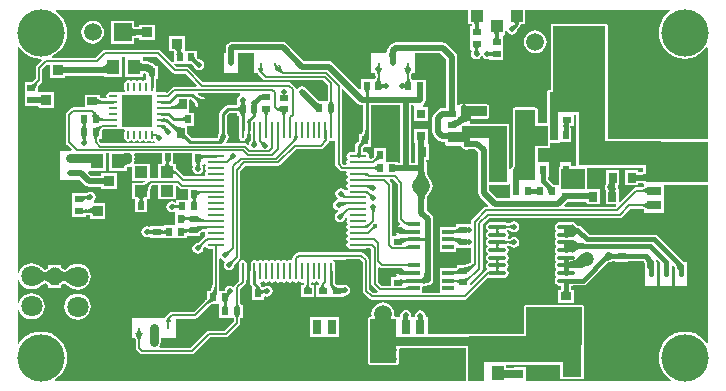
<source format=gtl>
%FSLAX25Y25*%
%MOIN*%
G70*
G01*
G75*
G04 Layer_Physical_Order=1*
G04 Layer_Color=255*
%ADD10C,0.02000*%
%ADD11C,0.01500*%
%ADD12C,0.00600*%
%ADD13C,0.01000*%
%ADD14C,0.03000*%
%ADD15C,0.00800*%
%ADD16C,0.02500*%
%ADD17R,0.02362X0.02756*%
%ADD18O,0.05906X0.01575*%
%ADD19R,0.06299X0.10630*%
%ADD20R,0.05512X0.08661*%
%ADD21R,0.05512X0.03543*%
%ADD22R,0.04331X0.05118*%
%ADD23C,0.05906*%
%ADD24R,0.03937X0.12205*%
%ADD25R,0.03937X0.03937*%
%ADD26R,0.05118X0.03150*%
%ADD27R,0.11024X0.08268*%
%ADD28R,0.03543X0.03740*%
%ADD29R,0.03543X0.03740*%
%ADD30O,0.05906X0.00984*%
%ADD31O,0.00984X0.05906*%
%ADD32R,0.03937X0.01378*%
%ADD33O,0.00984X0.02756*%
%ADD34O,0.02756X0.00984*%
%ADD35R,0.10236X0.10630*%
%ADD36R,0.02362X0.03150*%
%ADD37R,0.03150X0.03150*%
%ADD38R,0.03150X0.02362*%
%ADD39R,0.04331X0.03937*%
%ADD40R,0.03150X0.05118*%
%ADD41R,0.08268X0.11024*%
%ADD42R,0.02756X0.02362*%
%ADD43R,0.03500X0.02800*%
%ADD44R,0.02800X0.03500*%
%ADD45R,0.05512X0.06693*%
%ADD46C,0.04724*%
%ADD47R,0.03740X0.03543*%
%ADD48R,0.03740X0.03543*%
%ADD49R,0.07087X0.06299*%
%ADD50R,0.17500X0.26100*%
%ADD51R,0.08900X0.23700*%
%ADD52R,0.37800X0.08900*%
%ADD53R,0.18600X0.12500*%
%ADD54R,0.05300X0.15000*%
%ADD55R,0.08700X0.14600*%
%ADD56R,0.18300X0.06800*%
%ADD57R,0.03100X0.10500*%
%ADD58R,0.27600X0.08000*%
%ADD59R,0.20600X0.13700*%
%ADD60R,0.06700X0.23500*%
%ADD61R,0.10900X0.06800*%
%ADD62R,0.07900X0.07000*%
%ADD63R,0.14900X0.03900*%
%ADD64R,0.05900X0.18900*%
%ADD65R,0.06800X0.03800*%
%ADD66R,0.08500X0.03500*%
%ADD67C,0.07087*%
%ADD68C,0.15748*%
%ADD69R,0.05906X0.05906*%
%ADD70R,0.05906X0.05906*%
%ADD71C,0.01969*%
%ADD72C,0.01575*%
%ADD73C,0.02559*%
%ADD74C,0.02362*%
G36*
X166884Y79000D02*
Y71000D01*
X166733Y70816D01*
X165261D01*
Y71975D01*
X161299D01*
Y70627D01*
X161223Y70577D01*
X161046Y70312D01*
X160984Y70000D01*
Y64478D01*
X160581D01*
Y64478D01*
X159188D01*
X157380Y66286D01*
Y67225D01*
X157781D01*
Y71975D01*
X154016D01*
Y76684D01*
X157400D01*
X157712Y76746D01*
X157977Y76923D01*
X158154Y77188D01*
X158216Y77500D01*
Y78584D01*
X161100D01*
X161392Y78642D01*
X165261D01*
Y83392D01*
X164861D01*
Y84082D01*
X165978D01*
Y87784D01*
X166884D01*
Y79000D01*
D02*
G37*
G36*
X189184Y68757D02*
X189075Y68735D01*
X187500D01*
Y69450D01*
X183100D01*
Y64350D01*
X187500D01*
Y65065D01*
X188995D01*
Y65055D01*
X189065Y65064D01*
X189441Y64735D01*
Y63883D01*
X189028Y63801D01*
X188979Y63807D01*
Y63796D01*
X186872D01*
X186404Y63703D01*
X186007Y63438D01*
X181462Y58892D01*
X181000Y59084D01*
Y63150D01*
X180860D01*
X180819Y63200D01*
X180681Y63896D01*
X180635Y63964D01*
Y64350D01*
X181201D01*
Y69450D01*
X176801D01*
Y64840D01*
X176516Y64413D01*
X176376Y63711D01*
X176378Y63700D01*
X176376Y63689D01*
X176516Y62986D01*
X176600Y62860D01*
Y58050D01*
X179966D01*
X180158Y57588D01*
X179793Y57223D01*
X163072D01*
X162881Y57686D01*
X163914Y58719D01*
X165478D01*
Y58719D01*
X165478D01*
X165478Y58719D01*
X165822D01*
Y58719D01*
X170178D01*
D01*
X170178D01*
X170301Y58596D01*
Y58050D01*
X174701D01*
Y63150D01*
X170516D01*
Y70000D01*
X170667Y70184D01*
X189184D01*
Y68757D01*
D02*
G37*
G36*
X94102Y91602D02*
X94698Y91204D01*
X94814Y91181D01*
X95400Y91065D01*
X95638D01*
Y82482D01*
X95477Y81676D01*
X95345Y81478D01*
X94382D01*
Y79245D01*
X94374Y79242D01*
X94374Y79242D01*
X94335Y79146D01*
X93949Y78760D01*
X93924Y78741D01*
X93927Y78738D01*
X93927Y78738D01*
X93549Y78360D01*
X93261Y77930D01*
X93160Y77423D01*
Y75403D01*
X91572D01*
X91067Y75303D01*
X90640Y75017D01*
X90355Y74590D01*
X90254Y74086D01*
X90355Y73582D01*
X90640Y73154D01*
Y73049D01*
X90355Y72621D01*
X90254Y72117D01*
X90346Y71657D01*
X90029Y71270D01*
X89316D01*
X88722Y71865D01*
Y96330D01*
X89183Y96521D01*
X94102Y91602D01*
D02*
G37*
G36*
X108165Y71935D02*
X107481D01*
Y72278D01*
X103544D01*
Y72322D01*
X103544D01*
Y76678D01*
X99582D01*
Y74411D01*
X99560Y74303D01*
X99560D01*
X99568Y74291D01*
X99427Y73950D01*
X99405Y73928D01*
D01*
X99405Y73928D01*
X98986Y73509D01*
X98922Y73460D01*
Y73460D01*
Y73445D01*
X98716Y73239D01*
X98036D01*
X97719Y73625D01*
X97810Y74086D01*
X97710Y74590D01*
X97425Y75017D01*
X96997Y75303D01*
X96493Y75403D01*
X95811D01*
Y76859D01*
X96063Y77027D01*
X96363Y77087D01*
Y77097D01*
X96491Y77122D01*
X98344D01*
Y81478D01*
X98289D01*
Y82456D01*
X98306Y82590D01*
X98289D01*
Y90965D01*
X108165D01*
Y71935D01*
D02*
G37*
G36*
X28619Y71622D02*
D01*
Y71622D01*
X28479Y71483D01*
X27554D01*
Y66622D01*
X24943D01*
X24943Y66622D01*
X24824Y66720D01*
Y71483D01*
X19779D01*
X19462Y71869D01*
X19635Y72738D01*
X19594Y72944D01*
X19728Y73618D01*
X19549Y74516D01*
X19785Y74956D01*
X28619D01*
Y71622D01*
D02*
G37*
G36*
X101653Y36882D02*
X101653Y36882D01*
X101653Y36882D01*
D01*
X101653Y36882D01*
X101653Y36882D01*
X102082Y36797D01*
X105947D01*
X106183Y36356D01*
X106175Y36344D01*
X106075Y35837D01*
X106175Y35330D01*
X106463Y34900D01*
X107019Y34343D01*
X106828Y33881D01*
X105222D01*
Y30940D01*
X101865D01*
X100822Y31984D01*
Y36814D01*
X101289Y37125D01*
X101653Y36882D01*
D02*
G37*
G36*
X47882Y24578D02*
X47882D01*
Y20222D01*
X52640D01*
X52669Y20076D01*
X52678D01*
Y19065D01*
X49535Y15922D01*
X44300D01*
X44300Y15922D01*
X43871Y15836D01*
X43507Y15593D01*
X43507Y15593D01*
X38135Y10222D01*
X28041D01*
X27806Y10662D01*
X28167Y11203D01*
X28345Y12100D01*
Y13100D01*
X28345Y13100D01*
X28345Y13100D01*
Y13100D01*
Y13441D01*
X28375Y13441D01*
D01*
D01*
X28547D01*
Y13441D01*
X33296D01*
Y19879D01*
X39900D01*
X39900Y19878D01*
X40329Y19964D01*
X40693Y20207D01*
X44853Y24367D01*
D01*
X44853Y24367D01*
X44853Y24367D01*
D01*
Y24367D01*
X45333Y24688D01*
X45900Y24801D01*
X46008Y24822D01*
X47882D01*
Y24578D01*
D02*
G37*
G36*
X107378Y64735D02*
Y53018D01*
X107378Y53018D01*
X107464Y52589D01*
X107707Y52225D01*
X108145Y51787D01*
X108000Y51309D01*
X107671Y51243D01*
X107241Y50956D01*
X107130Y50789D01*
X106993Y50762D01*
X106563Y50474D01*
X106275Y50044D01*
X106175Y49537D01*
X106275Y49030D01*
X106563Y48600D01*
X107120Y48043D01*
X106928Y47581D01*
X105522D01*
Y64500D01*
X105522Y64500D01*
X105436Y64929D01*
X105193Y65293D01*
X105193Y65293D01*
X104658Y65828D01*
X104849Y66290D01*
X105824D01*
X107378Y64735D01*
D02*
G37*
G36*
X38719Y71222D02*
X38907D01*
X39143Y70781D01*
X39019Y70596D01*
X38881Y69900D01*
X39019Y69204D01*
X39414Y68614D01*
X40004Y68219D01*
X40700Y68081D01*
X41396Y68219D01*
X41986Y68614D01*
X42381Y69204D01*
X42519Y69900D01*
X42381Y70596D01*
X42065Y71069D01*
X42065Y71069D01*
X42065D01*
Y71222D01*
X42681D01*
Y71394D01*
X43160Y71540D01*
X43396Y71186D01*
Y71080D01*
X43110Y70653D01*
X43010Y70149D01*
X43110Y69645D01*
X43396Y69217D01*
Y69112D01*
X43110Y68684D01*
X43010Y68180D01*
X43102Y67720D01*
X42785Y67333D01*
X36153D01*
X33979Y69507D01*
X33615Y69750D01*
X33485Y69776D01*
Y71483D01*
X32581D01*
Y71622D01*
X32581D01*
Y74956D01*
X38719D01*
Y71222D01*
D02*
G37*
G36*
X144928Y64736D02*
Y64478D01*
X144782D01*
Y60122D01*
D01*
Y60122D01*
X144695Y60035D01*
X140360D01*
X137835Y62560D01*
Y64384D01*
X143700D01*
X144012Y64446D01*
X144277Y64623D01*
X144449Y64881D01*
X144928Y64736D01*
D02*
G37*
G36*
X-18847Y110358D02*
X-17763Y109037D01*
X-16442Y107953D01*
X-14935Y107148D01*
X-13300Y106651D01*
X-11600Y106484D01*
X-11453Y106499D01*
X-11240Y106046D01*
X-12993Y104293D01*
X-13236Y103929D01*
X-13322Y103500D01*
X-13321Y103500D01*
Y99802D01*
X-13753Y99370D01*
X-13760Y99378D01*
X-13809Y99314D01*
X-14228Y98895D01*
X-14228Y98895D01*
Y98895D01*
Y98895D01*
X-14603Y98740D01*
Y98740D01*
X-14712Y98718D01*
X-16978D01*
Y94756D01*
Y90819D01*
X-12622D01*
D01*
X-12622D01*
X-12372Y90569D01*
Y90130D01*
X-7228D01*
Y95470D01*
X-12372D01*
D01*
X-12372D01*
X-12622Y95720D01*
Y96629D01*
X-12600Y96737D01*
X-12488Y97304D01*
X-12167Y97784D01*
X-12167Y97784D01*
X-12167Y97784D01*
X-12167Y97784D01*
D01*
X-12167D01*
X-12167Y97784D01*
D01*
X-11407Y98544D01*
X-11407Y98544D01*
X-11164Y98908D01*
X-11078Y99337D01*
X-11078Y99337D01*
Y103035D01*
X-9535Y104578D01*
X-8631D01*
Y99972D01*
X-3488D01*
Y100807D01*
X7503D01*
Y100806D01*
X7516Y100807D01*
X9436D01*
Y100541D01*
X15367D01*
Y107259D01*
D01*
Y107259D01*
X15386Y107278D01*
X16435D01*
Y107259D01*
X16435D01*
Y100541D01*
X22365D01*
Y101348D01*
D01*
X22740Y101651D01*
X22740D01*
D01*
X23007Y101633D01*
D01*
X23317Y101395D01*
X23320Y101398D01*
X23519Y101265D01*
Y99922D01*
X23519Y99922D01*
X23519D01*
X23453Y99474D01*
X22949Y99374D01*
X22521Y99088D01*
X22416D01*
X21988Y99374D01*
X21484Y99474D01*
X20980Y99374D01*
X20553Y99088D01*
X20447D01*
X20020Y99374D01*
X19516Y99474D01*
X19012Y99374D01*
X18584Y99088D01*
X18479D01*
X18051Y99374D01*
X17547Y99474D01*
X17043Y99374D01*
X16616Y99088D01*
X16330Y98661D01*
X16230Y98157D01*
Y96385D01*
X16330Y95881D01*
X16414Y95756D01*
X16178Y95315D01*
X14582D01*
Y95315D01*
X13854Y95315D01*
X13819Y95338D01*
X13315Y95439D01*
X11543D01*
X11039Y95338D01*
X10612Y95053D01*
X10326Y94625D01*
X10226Y94121D01*
X10277Y93865D01*
X9960Y93478D01*
X8371D01*
X8050Y93542D01*
Y94500D01*
X2950D01*
Y90322D01*
X-900D01*
X-900Y90322D01*
X-1329Y90236D01*
X-1693Y89993D01*
X-1693Y89993D01*
X-2993Y88693D01*
X-3236Y88329D01*
X-3322Y87900D01*
X-3322Y87900D01*
Y78700D01*
X-3322Y78700D01*
X-3236Y78271D01*
X-2993Y77907D01*
X-1383Y76297D01*
X-1575Y75835D01*
X-5384D01*
Y71268D01*
X-5384Y71268D01*
X-5384D01*
X-5384Y71086D01*
Y70914D01*
D01*
D01*
D01*
X-5384D01*
D01*
Y66165D01*
X1334D01*
X1334Y66164D01*
Y66165D01*
X1366Y66178D01*
X3099Y64445D01*
X3497Y64179D01*
X3695Y64047D01*
X4397Y63907D01*
X8468D01*
Y63072D01*
X13612D01*
Y68413D01*
X8468D01*
Y67578D01*
X5157D01*
X4156Y68579D01*
X4347Y69041D01*
X9967D01*
Y74956D01*
X11035D01*
Y69041D01*
X16965D01*
Y70312D01*
X17290Y70393D01*
X17290Y70393D01*
Y70393D01*
X18187Y70571D01*
X18452Y70748D01*
X18893Y70513D01*
Y65946D01*
X22989D01*
X23045Y65761D01*
X22788Y65332D01*
X22073Y65190D01*
X22055Y65205D01*
Y65205D01*
X21947Y65183D01*
X18893D01*
Y59646D01*
X19877D01*
Y55438D01*
X23839D01*
Y59646D01*
X24824D01*
Y62348D01*
X24845Y62454D01*
X24843Y62465D01*
X24855Y62480D01*
X24855D01*
X24846Y62552D01*
X24950Y63340D01*
X25254Y64074D01*
X25487Y64378D01*
X27554D01*
Y59646D01*
X33485D01*
Y63976D01*
X33947Y64167D01*
X34664Y63450D01*
X34664Y63450D01*
X35028Y63207D01*
X35457Y63122D01*
X37507D01*
Y59464D01*
X33570D01*
Y58611D01*
X33126D01*
X33075Y58632D01*
X32682Y58895D01*
X31986Y59033D01*
X31290Y58895D01*
X30699Y58501D01*
X30305Y57910D01*
X30167Y57214D01*
X30305Y56518D01*
X30699Y55928D01*
X31290Y55533D01*
X31986Y55395D01*
X32682Y55533D01*
X33129Y55832D01*
X33219Y55784D01*
Y55278D01*
X33219D01*
Y51078D01*
X29282D01*
Y50881D01*
X29178D01*
Y50881D01*
X24822D01*
Y50808D01*
X24396Y50581D01*
X23700Y50719D01*
X23004Y50581D01*
X22414Y50186D01*
X22019Y49596D01*
X21881Y48900D01*
X22019Y48204D01*
X22414Y47614D01*
X23004Y47219D01*
X23700Y47081D01*
X24396Y47219D01*
X24822Y46992D01*
Y46919D01*
X29178D01*
D01*
X29178D01*
X29282Y46815D01*
Y46722D01*
X37181D01*
Y47319D01*
X37222D01*
Y47319D01*
X41578D01*
Y48335D01*
X42037Y48687D01*
X42649Y48941D01*
X43036Y48624D01*
X43010Y48495D01*
X43110Y47991D01*
X43231Y47810D01*
X43134Y47320D01*
X43134Y47320D01*
X43134D01*
X43134Y47320D01*
X42622Y46808D01*
X42502Y46728D01*
X42522Y46708D01*
X42522Y46708D01*
X41075Y45261D01*
X41075Y45261D01*
X41074Y45263D01*
X41063Y45249D01*
X41053Y45239D01*
X40743Y45111D01*
X40700Y45119D01*
X40004Y44981D01*
X39414Y44586D01*
X39019Y43996D01*
X38881Y43300D01*
X39019Y42604D01*
X39414Y42014D01*
X40004Y41619D01*
X40700Y41481D01*
X41396Y41619D01*
X41986Y42014D01*
X42381Y42604D01*
X42519Y43300D01*
X42511Y43343D01*
X42639Y43653D01*
X42649Y43663D01*
X42663Y43674D01*
X42661Y43675D01*
X42661Y43675D01*
X42804Y43817D01*
X43301Y43769D01*
X43396Y43627D01*
X43823Y43341D01*
X44328Y43241D01*
X45667D01*
Y31422D01*
X45535Y30422D01*
X45131Y29446D01*
X44925Y29178D01*
X43919D01*
Y26912D01*
X43897Y26803D01*
X43897D01*
X43905Y26791D01*
X43764Y26450D01*
X43742Y26428D01*
D01*
X43742Y26428D01*
X43323Y26009D01*
X43259Y25960D01*
Y25960D01*
Y25945D01*
X39435Y22121D01*
X32000D01*
X32000Y22122D01*
X31571Y22036D01*
X31207Y21793D01*
X31207Y21793D01*
X30128Y20714D01*
X29885Y20350D01*
X29847Y20159D01*
X28547D01*
D01*
D01*
X28547Y20159D01*
X28375D01*
Y20159D01*
X23625D01*
D01*
D01*
X23625Y20159D01*
X23453D01*
Y20159D01*
X18704D01*
Y13441D01*
X19827D01*
X19952Y12810D01*
X19943Y12738D01*
X19957D01*
Y10121D01*
X19957Y10121D01*
X20043Y9692D01*
X20286Y9328D01*
X21307Y8307D01*
X21671Y8064D01*
X22100Y7978D01*
X22100Y7978D01*
X38600D01*
X38600Y7978D01*
X39029Y8064D01*
X39393Y8307D01*
X44765Y13679D01*
X50000D01*
X50000Y13678D01*
X50429Y13764D01*
X50793Y14007D01*
X54593Y17807D01*
X54593Y17807D01*
X54836Y18171D01*
X54836Y18171D01*
X54836Y18171D01*
X54922Y18600D01*
X54922Y18600D01*
Y20076D01*
X54931D01*
X54960Y20222D01*
X55781D01*
Y24578D01*
X54960D01*
X54931Y24724D01*
X54922D01*
Y29835D01*
X56440Y31353D01*
X56440Y31353D01*
X56683Y31717D01*
X56768Y32146D01*
X56768Y32147D01*
Y32592D01*
X56864Y32735D01*
X56964Y33239D01*
Y38161D01*
X56864Y38665D01*
X56578Y39092D01*
X56151Y39378D01*
X55647Y39478D01*
X55142Y39378D01*
X54715Y39092D01*
X54429Y38665D01*
X54329Y38161D01*
Y33239D01*
X54429Y32735D01*
X54517Y32603D01*
X53007Y31093D01*
X52764Y30729D01*
D01*
Y30729D01*
X52764D01*
D01*
Y30729D01*
X52394Y30582D01*
X52096Y30781D01*
X51400Y30919D01*
X50704Y30781D01*
X50114Y30386D01*
X49719Y29796D01*
X49608Y29239D01*
X49608Y29239D01*
X49608Y29239D01*
X49548Y29178D01*
X47910D01*
Y29868D01*
X47930Y30020D01*
X47910D01*
Y31380D01*
X47918Y31468D01*
X47910D01*
Y39906D01*
X48388Y40051D01*
X48614Y39714D01*
X49204Y39319D01*
X49438Y39273D01*
X49629Y38811D01*
X49419Y38496D01*
X49281Y37800D01*
X49419Y37104D01*
X49814Y36514D01*
X50404Y36119D01*
X51100Y35981D01*
X51796Y36119D01*
X52386Y36514D01*
X52781Y37104D01*
X52919Y37800D01*
X52911Y37843D01*
X53039Y38153D01*
X53049Y38163D01*
X53063Y38173D01*
X53061Y38175D01*
X53061Y38175D01*
X54493Y39607D01*
X54493Y39607D01*
X54736Y39971D01*
X54822Y40400D01*
X54822Y40400D01*
Y69035D01*
X56665Y70878D01*
X67360D01*
X67360Y70878D01*
X67789Y70964D01*
X68153Y71207D01*
X73425Y76478D01*
X81600D01*
X81600Y76478D01*
X82029Y76564D01*
X82393Y76807D01*
X84093Y78507D01*
X84093Y78507D01*
X84336Y78871D01*
X84356Y78968D01*
X84771Y79246D01*
X85174Y79166D01*
X85678Y79266D01*
X86037Y79506D01*
X86478Y79271D01*
Y71400D01*
X86478Y71400D01*
X86564Y70971D01*
X86807Y70607D01*
X88058Y69356D01*
X88058Y69356D01*
X88422Y69113D01*
X88422Y69113D01*
X88422Y69113D01*
D01*
X88422Y69113D01*
X88422Y69113D01*
X88851Y69027D01*
X88851Y69027D01*
X90029D01*
X90346Y68641D01*
X90254Y68180D01*
X90355Y67676D01*
X90640Y67249D01*
Y67143D01*
X90355Y66716D01*
X90254Y66212D01*
X90355Y65708D01*
X90640Y65280D01*
Y65175D01*
X90355Y64747D01*
X90254Y64243D01*
X90355Y63739D01*
X90640Y63312D01*
Y63206D01*
X90355Y62779D01*
X90345Y62732D01*
X89855Y62634D01*
X89686Y62886D01*
X89096Y63281D01*
X88400Y63419D01*
X87704Y63281D01*
X87114Y62886D01*
X86719Y62296D01*
X86581Y61600D01*
X86719Y60904D01*
X87114Y60314D01*
X87367Y60144D01*
X87270Y59654D01*
X86904Y59581D01*
X86314Y59186D01*
X85919Y58596D01*
X85781Y57900D01*
X85919Y57204D01*
X86314Y56614D01*
X86904Y56219D01*
X87552Y56090D01*
Y55590D01*
X87504Y55581D01*
X86914Y55186D01*
X86519Y54596D01*
X86381Y53900D01*
X86519Y53204D01*
X86914Y52614D01*
X87504Y52219D01*
X88200Y52081D01*
X88896Y52219D01*
X89486Y52614D01*
X89881Y53204D01*
X89968Y53643D01*
X90254Y53700D01*
X90415Y53568D01*
X90596Y53297D01*
X90355Y52936D01*
X90254Y52432D01*
X90355Y51928D01*
X90640Y51501D01*
Y51395D01*
X90355Y50968D01*
X90254Y50464D01*
X90355Y49960D01*
X90640Y49532D01*
Y49427D01*
X90355Y48999D01*
X90254Y48495D01*
X90355Y47991D01*
X90640Y47564D01*
Y47458D01*
X90355Y47031D01*
X90254Y46527D01*
X90355Y46023D01*
X90640Y45595D01*
Y45490D01*
X90355Y45062D01*
X90254Y44558D01*
X90355Y44054D01*
X90640Y43627D01*
X91067Y43341D01*
X91572Y43241D01*
X96493D01*
X96997Y43341D01*
X97140Y43437D01*
X98177D01*
X98578Y43035D01*
Y31519D01*
X98578Y31519D01*
X98664Y31090D01*
X98907Y30726D01*
X100607Y29026D01*
X100607Y29026D01*
X100646Y29000D01*
X100500Y28522D01*
X99065D01*
X97922Y29665D01*
Y39300D01*
X97922Y39300D01*
X97836Y39729D01*
X97593Y40093D01*
X97593Y40093D01*
X95993Y41693D01*
X95629Y41936D01*
X95200Y42022D01*
X95200Y42022D01*
X74300D01*
X74300Y42022D01*
X73871Y41936D01*
X73507Y41693D01*
X73507Y41693D01*
X72570Y40756D01*
X72327Y40392D01*
X72241Y39963D01*
X72241Y39963D01*
Y39704D01*
X71855Y39386D01*
X71394Y39478D01*
X70890Y39378D01*
X70463Y39092D01*
X70358D01*
X69930Y39378D01*
X69426Y39478D01*
X68922Y39378D01*
X68494Y39092D01*
X68389D01*
X67962Y39378D01*
X67457Y39478D01*
X66953Y39378D01*
X66526Y39092D01*
X66421D01*
X65993Y39378D01*
X65489Y39478D01*
X64985Y39378D01*
X64557Y39092D01*
X64452D01*
X64025Y39378D01*
X63520Y39478D01*
X63016Y39378D01*
X62589Y39092D01*
X62484D01*
X62056Y39378D01*
X61552Y39478D01*
X61048Y39378D01*
X60620Y39092D01*
X60515D01*
X60088Y39378D01*
X59583Y39478D01*
X59079Y39378D01*
X58652Y39092D01*
X58366Y38665D01*
X58266Y38161D01*
Y35740D01*
X58258Y35700D01*
Y31517D01*
X58359Y31009D01*
X58646Y30579D01*
X58646Y30579D01*
X58646Y30579D01*
X58707Y30518D01*
Y26208D01*
X62669D01*
Y26769D01*
X63104Y27419D01*
X63800Y27281D01*
X64496Y27419D01*
X65086Y27814D01*
X65481Y28404D01*
X65619Y29100D01*
X65481Y29796D01*
X65086Y30386D01*
X64496Y30781D01*
X63800Y30919D01*
X63104Y30781D01*
X62730Y30531D01*
X62669Y30564D01*
Y30564D01*
X62669Y30564D01*
X61984D01*
X61913Y30919D01*
X61625Y31349D01*
X61469Y31505D01*
X61552Y31922D01*
X62056Y32022D01*
X62484Y32308D01*
X62589D01*
X63016Y32022D01*
X63520Y31922D01*
X64025Y32022D01*
X64452Y32308D01*
X64557D01*
X64985Y32022D01*
X65489Y31922D01*
X65993Y32022D01*
X66421Y32308D01*
X66526D01*
X66953Y32022D01*
X67457Y31922D01*
X67962Y32022D01*
X68389Y32308D01*
X68494D01*
X68922Y32022D01*
X69426Y31922D01*
X69930Y32022D01*
X70358Y32308D01*
X70463D01*
X70890Y32022D01*
X71394Y31922D01*
X71899Y32022D01*
X72326Y32308D01*
X72431D01*
X72859Y32022D01*
X73363Y31922D01*
X73867Y32022D01*
X74295Y32308D01*
X74400D01*
X74827Y32022D01*
X75331Y31922D01*
X75792Y32013D01*
X76178Y31696D01*
Y31341D01*
X76170D01*
X76135Y31167D01*
X75110D01*
Y27205D01*
X79466D01*
Y31167D01*
X78455D01*
X78428Y31341D01*
X78428D01*
Y31341D01*
X78422Y31341D01*
Y31696D01*
X78808Y32013D01*
X79268Y31922D01*
X79773Y32022D01*
X80200Y32308D01*
X80305D01*
X80733Y32022D01*
X80817Y32005D01*
X81016Y31873D01*
X81130Y31702D01*
X80939Y31240D01*
X80572Y31167D01*
X80110D01*
Y27205D01*
X84466D01*
Y27205D01*
X84466D01*
X84466Y27205D01*
X84910D01*
Y27205D01*
X89266D01*
Y27307D01*
X89600Y27581D01*
X90296Y27719D01*
X90886Y28114D01*
X91281Y28704D01*
X91419Y29400D01*
X91281Y30096D01*
X90886Y30686D01*
X90296Y31081D01*
X89600Y31219D01*
X89280Y31155D01*
X89266Y31167D01*
Y31167D01*
X87033D01*
X87030Y31174D01*
X87030Y31174D01*
X86935Y31214D01*
X86548Y31600D01*
X86530Y31625D01*
X86527Y31622D01*
X86527Y31622D01*
X86500Y31649D01*
Y35700D01*
X86491Y35740D01*
Y38161D01*
X86391Y38665D01*
X86106Y39092D01*
X85678Y39378D01*
X85174Y39478D01*
Y39586D01*
X94735Y39778D01*
X95678Y38835D01*
Y29200D01*
X95678Y29200D01*
X95764Y28771D01*
X96007Y28407D01*
X97807Y26607D01*
X97807Y26607D01*
X98171Y26364D01*
X98171Y26364D01*
X98171Y26364D01*
D01*
X98171Y26364D01*
X98171Y26364D01*
X98600Y26278D01*
X129600D01*
X129600Y26278D01*
X130029Y26364D01*
X130393Y26607D01*
X137555Y33769D01*
X137798Y33607D01*
X138417Y33484D01*
X142748D01*
X143367Y33607D01*
X143893Y33958D01*
X144243Y34483D01*
X144367Y35102D01*
X144243Y35722D01*
X143893Y36247D01*
Y36517D01*
X144243Y37042D01*
X144367Y37661D01*
X144243Y38281D01*
X143893Y38806D01*
Y39076D01*
X144243Y39601D01*
X144367Y40220D01*
X144243Y40840D01*
X143893Y41365D01*
Y41635D01*
X144243Y42160D01*
X144367Y42779D01*
X144243Y43399D01*
X143893Y43924D01*
X143911Y44174D01*
D01*
X143911Y44174D01*
X144018Y44153D01*
Y44176D01*
X144448D01*
Y44176D01*
X144465Y44178D01*
X144479D01*
X144789Y44050D01*
X144814Y44014D01*
X145404Y43619D01*
X146100Y43481D01*
X146796Y43619D01*
X147386Y44014D01*
X147781Y44604D01*
X147919Y45300D01*
X147781Y45996D01*
X147386Y46586D01*
X146796Y46981D01*
X146100Y47119D01*
X145404Y46981D01*
X144814Y46586D01*
X144789Y46550D01*
X144479Y46422D01*
X144465D01*
X144448Y46424D01*
Y46424D01*
X144203D01*
X143967Y46865D01*
X144243Y47278D01*
X144367Y47898D01*
X144243Y48517D01*
X143893Y49042D01*
Y49304D01*
X143896Y49309D01*
X144029Y49364D01*
X144029Y49364D01*
X144029Y49364D01*
X144029Y49364D01*
Y49376D01*
X144448D01*
Y49376D01*
X144465Y49378D01*
X144479D01*
X144789Y49250D01*
X144814Y49214D01*
X145404Y48819D01*
X146100Y48681D01*
X146796Y48819D01*
X147386Y49214D01*
X147781Y49804D01*
X147919Y50500D01*
X147781Y51196D01*
X147386Y51786D01*
X146796Y52181D01*
X146100Y52319D01*
X145404Y52181D01*
X144814Y51786D01*
X144789Y51750D01*
X144479Y51622D01*
X144465D01*
X144448Y51624D01*
Y51624D01*
X144053D01*
X144029Y51648D01*
Y51648D01*
X143908Y51623D01*
X143820Y51660D01*
Y51660D01*
X143811Y51655D01*
X143367Y51952D01*
X142748Y52075D01*
X138417D01*
X137798Y51952D01*
X137273Y51601D01*
X136922Y51076D01*
X136799Y50457D01*
X136922Y49837D01*
X137273Y49312D01*
Y49042D01*
X136922Y48517D01*
X136799Y47898D01*
X136922Y47278D01*
X137273Y46753D01*
Y46483D01*
X136922Y45958D01*
X136799Y45339D01*
X136922Y44719D01*
X137273Y44194D01*
Y43924D01*
X136922Y43399D01*
X136799Y42779D01*
X136922Y42160D01*
X137273Y41635D01*
Y41365D01*
X136922Y40840D01*
X136799Y40220D01*
X136922Y39601D01*
X137273Y39076D01*
Y38806D01*
X136922Y38281D01*
X136799Y37661D01*
X136922Y37042D01*
X137199Y36627D01*
X137008Y36165D01*
X136873Y36138D01*
X136509Y35895D01*
X136509Y35895D01*
X131840Y31226D01*
X131378Y31417D01*
Y31748D01*
X132381Y32751D01*
X132464Y32814D01*
X132454Y32824D01*
X135265Y35635D01*
X135530Y36032D01*
X135624Y36500D01*
Y51193D01*
X137807Y53377D01*
X181300D01*
X181768Y53470D01*
X182165Y53735D01*
X182165Y53735D01*
X182165Y53735D01*
X184907Y56476D01*
X187154D01*
X187400Y56428D01*
X188979D01*
Y56416D01*
X189028Y56423D01*
X189441Y56340D01*
Y55276D01*
X196159D01*
Y60026D01*
D01*
Y60026D01*
X196159Y60026D01*
Y60198D01*
X196159D01*
Y64584D01*
X210600D01*
X210741Y64469D01*
Y11848D01*
X210256Y11727D01*
X210247Y11742D01*
X209163Y13063D01*
X207842Y14147D01*
X206335Y14953D01*
X204700Y15449D01*
X203000Y15616D01*
X201300Y15449D01*
X199664Y14953D01*
X198158Y14147D01*
X196837Y13063D01*
X195753Y11742D01*
X194948Y10236D01*
X194451Y8600D01*
X194284Y6900D01*
X194451Y5200D01*
X194948Y3565D01*
X195753Y2058D01*
X196837Y737D01*
X198158Y-347D01*
X198281Y-413D01*
X198159Y-898D01*
X150144D01*
Y-678D01*
X150144D01*
Y3678D01*
X146182D01*
Y3590D01*
X143564D01*
Y4384D01*
X161439D01*
Y-215D01*
X169339D01*
Y4716D01*
X169454Y4888D01*
X169516Y5200D01*
Y14100D01*
Y23700D01*
X169454Y24012D01*
X169277Y24277D01*
X169012Y24454D01*
X168700Y24516D01*
X150100D01*
X149788Y24454D01*
X149523Y24277D01*
X149346Y24012D01*
X149284Y23700D01*
Y14916D01*
X130900D01*
X130588Y14854D01*
X130323Y14677D01*
X130302Y14645D01*
X117275D01*
Y20359D01*
X117006D01*
X116689Y20746D01*
X116719Y20900D01*
X116581Y21596D01*
X116186Y22186D01*
X115596Y22581D01*
X114900Y22719D01*
X114204Y22581D01*
X113614Y22186D01*
X113219Y21596D01*
X113081Y20900D01*
X113111Y20746D01*
X112794Y20359D01*
X112525D01*
D01*
D01*
X112525Y20359D01*
X112354D01*
Y20359D01*
X112069D01*
X111752Y20746D01*
X111798Y20979D01*
X111660Y21675D01*
X111265Y22265D01*
X110675Y22659D01*
X109979Y22798D01*
X109283Y22659D01*
X108692Y22265D01*
X108298Y21675D01*
X108159Y20979D01*
X108206Y20746D01*
X107889Y20359D01*
X107604D01*
X107604Y20359D01*
Y20359D01*
X107508Y20330D01*
X107477Y20377D01*
X107212Y20554D01*
X106900Y20616D01*
X106358D01*
X106029Y20992D01*
X106098Y21522D01*
X105970Y22502D01*
X105591Y23415D01*
X104990Y24198D01*
X104206Y24800D01*
X103293Y25178D01*
X102313Y25307D01*
X101334Y25178D01*
X100421Y24800D01*
X99637Y24198D01*
X99035Y23415D01*
X98657Y22502D01*
X98528Y21522D01*
X98598Y20992D01*
X98268Y20616D01*
X98200D01*
X97888Y20554D01*
X97623Y20377D01*
X97446Y20112D01*
X97384Y19800D01*
Y12726D01*
X97280Y12200D01*
X97384Y11674D01*
Y9523D01*
X97380Y9500D01*
X97384Y9477D01*
Y5200D01*
X97446Y4888D01*
X97623Y4623D01*
X97888Y4446D01*
X98200Y4384D01*
X106900D01*
X107212Y4446D01*
X107477Y4623D01*
X107654Y4888D01*
X107716Y5200D01*
Y5724D01*
X107759Y5789D01*
X107920Y6600D01*
X107759Y7411D01*
X107716Y7476D01*
Y8974D01*
X107820Y9500D01*
X107807Y9568D01*
X108124Y9955D01*
X130084D01*
Y5200D01*
Y-898D01*
X-6759D01*
X-6881Y-413D01*
X-6758Y-347D01*
X-5437Y737D01*
X-4353Y2058D01*
X-3548Y3565D01*
X-3052Y5200D01*
X-2884Y6900D01*
X-3052Y8600D01*
X-3548Y10236D01*
X-4353Y11742D01*
X-5437Y13063D01*
X-6758Y14147D01*
X-8264Y14953D01*
X-9900Y15449D01*
X-11600Y15616D01*
X-13300Y15449D01*
X-14935Y14953D01*
X-16442Y14147D01*
X-17763Y13063D01*
X-18847Y11742D01*
X-18917Y11612D01*
X-19402Y11733D01*
Y22720D01*
X-18912Y22818D01*
X-18494Y21810D01*
X-17798Y20902D01*
X-16890Y20206D01*
X-15834Y19769D01*
X-14700Y19619D01*
X-13566Y19769D01*
X-12510Y20206D01*
X-11602Y20902D01*
X-10906Y21810D01*
X-10469Y22866D01*
X-10319Y24000D01*
X-10469Y25134D01*
X-10906Y26190D01*
X-11602Y27098D01*
X-12510Y27794D01*
X-13566Y28231D01*
X-14700Y28381D01*
X-15834Y28231D01*
X-16890Y27794D01*
X-17798Y27098D01*
X-18494Y26190D01*
X-18912Y25182D01*
X-19402Y25280D01*
Y32720D01*
X-18912Y32818D01*
X-18494Y31810D01*
X-17798Y30902D01*
X-16890Y30206D01*
X-15834Y29768D01*
X-14700Y29619D01*
X-13566Y29768D01*
X-12510Y30206D01*
X-11602Y30902D01*
X-11545Y30977D01*
X-10723Y31607D01*
X-10280Y31791D01*
X-9636Y31524D01*
X-9178Y31172D01*
Y30156D01*
X-4822D01*
Y31172D01*
X-4364Y31524D01*
X-3856Y31734D01*
X-3446Y31564D01*
X-2562Y30886D01*
X-2498Y30802D01*
X-1590Y30106D01*
X-534Y29669D01*
X600Y29519D01*
X1734Y29669D01*
X2790Y30106D01*
X3698Y30802D01*
X4394Y31710D01*
X4831Y32766D01*
X4981Y33900D01*
X4831Y35034D01*
X4394Y36090D01*
X3698Y36998D01*
X2790Y37694D01*
X1734Y38131D01*
X600Y38281D01*
X-534Y38131D01*
X-1590Y37694D01*
X-2498Y36998D01*
X-2548Y36932D01*
X-3307Y36349D01*
X-3683Y36194D01*
X-4364Y36476D01*
X-4822Y36828D01*
Y37844D01*
X-9178D01*
Y36828D01*
X-9636Y36476D01*
X-10280Y36209D01*
X-10723Y36393D01*
X-11545Y37023D01*
X-11602Y37098D01*
X-12510Y37794D01*
X-13566Y38232D01*
X-14700Y38381D01*
X-15834Y38232D01*
X-16890Y37794D01*
X-17798Y37098D01*
X-18494Y36190D01*
X-18912Y35182D01*
X-19402Y35280D01*
Y110367D01*
X-18917Y110488D01*
X-18847Y110358D01*
D02*
G37*
G36*
X32407Y101907D02*
X32407Y101907D01*
X32771Y101664D01*
X32771Y101664D01*
X32771Y101664D01*
D01*
X32771Y101664D01*
X32771Y101664D01*
X33200Y101578D01*
X33200Y101578D01*
X36535D01*
X40415Y97699D01*
X40223Y97237D01*
X32816D01*
X32386Y97152D01*
X32023Y96909D01*
X32023Y96909D01*
X30357Y95243D01*
X30104D01*
X29961Y95338D01*
X29457Y95439D01*
X27685D01*
X27181Y95338D01*
X27146Y95315D01*
X26418Y95315D01*
Y95315D01*
X26395D01*
X26353Y95454D01*
X26638Y95881D01*
X26739Y96385D01*
Y97230D01*
X26747Y97271D01*
Y99922D01*
X27481D01*
Y104278D01*
X26477D01*
X26138Y104719D01*
X25424Y105268D01*
X24593Y105612D01*
X23786Y105718D01*
X23700Y105735D01*
Y105735D01*
X23700D01*
X23700D01*
X22365D01*
Y107259D01*
D01*
Y107259D01*
X22385Y107278D01*
X27035D01*
X32407Y101907D01*
D02*
G37*
G36*
X198182Y122460D02*
X198158Y122447D01*
X196837Y121363D01*
X195753Y120042D01*
X194948Y118535D01*
X194451Y116900D01*
X194284Y115200D01*
X194451Y113500D01*
X194948Y111864D01*
X195753Y110358D01*
X196837Y109037D01*
X198158Y107953D01*
X199664Y107148D01*
X201300Y106651D01*
X203000Y106484D01*
X204700Y106651D01*
X206335Y107148D01*
X207842Y107953D01*
X209163Y109037D01*
X210247Y110358D01*
X210256Y110373D01*
X210741Y110252D01*
Y80031D01*
X210600Y79916D01*
X190000D01*
X189688Y79854D01*
X189631Y79816D01*
X177416D01*
Y94700D01*
Y117400D01*
X177354Y117712D01*
X177177Y117977D01*
X176912Y118154D01*
X176600Y118216D01*
X159100D01*
X158788Y118154D01*
X158523Y117977D01*
X158346Y117712D01*
X158284Y117400D01*
Y96216D01*
X158000D01*
X157810Y96178D01*
X157356D01*
Y95876D01*
X157246Y95712D01*
X157184Y95400D01*
Y89900D01*
Y88600D01*
Y85116D01*
X154016D01*
Y89500D01*
X153954Y89812D01*
X153777Y90077D01*
X153512Y90254D01*
X153200Y90316D01*
X146500D01*
X146188Y90254D01*
X145923Y90077D01*
X145746Y89812D01*
X145684Y89500D01*
Y84300D01*
Y77500D01*
Y70812D01*
X145465Y70593D01*
X145067Y69998D01*
X145044Y69881D01*
X145013Y69725D01*
X144516Y69774D01*
Y84100D01*
X144454Y84412D01*
X144277Y84677D01*
X144012Y84854D01*
X143700Y84916D01*
X131594D01*
X131358Y85357D01*
X131563Y85664D01*
X131602Y85859D01*
X131760Y86095D01*
X131818Y86384D01*
X136900D01*
X137212Y86446D01*
X137477Y86623D01*
X137654Y86888D01*
X137716Y87200D01*
Y90700D01*
X137654Y91012D01*
X137477Y91277D01*
X137212Y91454D01*
X136900Y91516D01*
X128400D01*
X128088Y91454D01*
X127823Y91277D01*
X127646Y91012D01*
X127153Y91110D01*
Y107182D01*
X127037Y107768D01*
X127014Y107884D01*
X126616Y108480D01*
X123598Y111498D01*
X123002Y111896D01*
X122886Y111919D01*
X122300Y112035D01*
X107552D01*
Y112036D01*
X107548Y112035D01*
X106600D01*
X106014Y111919D01*
X105898Y111896D01*
X105302Y111498D01*
X105255Y111451D01*
X105251D01*
X105251D01*
X105238Y111433D01*
X104805Y111001D01*
X104801D01*
X104801D01*
X104788Y110983D01*
X104690Y110885D01*
X104591Y110809D01*
X104591Y110809D01*
X104437Y110578D01*
X103998Y110005D01*
X103616Y109085D01*
X103547Y108559D01*
X103425D01*
D01*
D01*
X103425Y108559D01*
X103253D01*
Y108559D01*
X98504D01*
Y101841D01*
X99659D01*
X99881Y101304D01*
X99973Y100604D01*
X99978D01*
Y100386D01*
X99857Y99778D01*
X94982D01*
Y96567D01*
X94520Y96376D01*
X85698Y105198D01*
X85102Y105596D01*
X84986Y105619D01*
X84400Y105735D01*
X76260D01*
X70398Y111598D01*
X69802Y111996D01*
X69686Y112019D01*
X69100Y112135D01*
X52000D01*
X51414Y112019D01*
X51298Y111996D01*
X50702Y111598D01*
X50602Y111498D01*
X50520Y111416D01*
X50123Y110820D01*
X50099Y110704D01*
X49983Y110118D01*
Y108591D01*
X49443D01*
Y101873D01*
X54193D01*
Y108465D01*
X59286D01*
Y101873D01*
X60592D01*
X60624Y101710D01*
X60868Y101346D01*
X62507Y99707D01*
X62871Y99464D01*
X63300Y99378D01*
X63300Y99378D01*
X82535D01*
X84052Y97861D01*
Y92855D01*
X84052D01*
X83957Y92378D01*
X81277D01*
X81250Y92383D01*
X81185Y92410D01*
X76798Y96798D01*
X76202Y97196D01*
X75500Y97335D01*
X74798Y97196D01*
X74202Y96798D01*
X73887Y96326D01*
X73397Y96424D01*
X73336Y96729D01*
X73093Y97093D01*
X73093Y97093D01*
X71793Y98393D01*
X71429Y98636D01*
X71000Y98722D01*
X71000Y98722D01*
X42565D01*
X37793Y103493D01*
X37429Y103736D01*
X37000Y103822D01*
X37000Y103822D01*
X33665D01*
X32699Y104787D01*
X32835Y104922D01*
X32835D01*
D01*
D01*
Y104922D01*
X38429D01*
X38537Y104901D01*
X38732Y104862D01*
X38823Y104801D01*
X39184Y104261D01*
X39228Y104037D01*
X39228Y104037D01*
X39279Y104005D01*
X39319Y103804D01*
X39714Y103214D01*
X40304Y102819D01*
X41000Y102681D01*
X41696Y102819D01*
X42286Y103214D01*
X42681Y103804D01*
X42819Y104500D01*
X42681Y105196D01*
X42286Y105786D01*
X41696Y106181D01*
X41000Y106319D01*
Y106320D01*
X40935Y106347D01*
X40869Y106374D01*
Y106374D01*
X40849Y106374D01*
X40695Y106528D01*
D01*
X40540Y106903D01*
X40540D01*
X40518Y107011D01*
Y109278D01*
X36370D01*
Y114172D01*
X31030D01*
Y109028D01*
X32619D01*
Y105520D01*
X32157Y105329D01*
X28293Y109193D01*
X27929Y109436D01*
X27500Y109522D01*
X27500Y109522D01*
X9700D01*
X9700Y109522D01*
X9271Y109436D01*
X8907Y109193D01*
X8907Y109193D01*
X6535Y106822D01*
X-7845D01*
X-7967Y107307D01*
X-6758Y107953D01*
X-5437Y109037D01*
X-4353Y110358D01*
X-3548Y111864D01*
X-3052Y113500D01*
X-2884Y115200D01*
X-3052Y116900D01*
X-3548Y118535D01*
X-4353Y120042D01*
X-5437Y121363D01*
X-6758Y122447D01*
X-6782Y122460D01*
X-6661Y122945D01*
X130839D01*
Y118131D01*
X131996D01*
X132210Y117680D01*
X131913Y117318D01*
X131422D01*
Y113356D01*
Y109419D01*
X131738D01*
X131974Y108978D01*
X131919Y108896D01*
X131781Y108200D01*
X131919Y107504D01*
X132314Y106914D01*
X132904Y106519D01*
X133600Y106381D01*
X134296Y106519D01*
X134886Y106914D01*
X135150Y107308D01*
X135650D01*
X135914Y106914D01*
X136504Y106519D01*
X137200Y106381D01*
X137896Y106519D01*
D01*
Y106519D01*
X138122Y106219D01*
Y106219D01*
X142478D01*
Y110156D01*
Y114118D01*
X142478D01*
Y114235D01*
X142832Y114588D01*
X143069D01*
Y115922D01*
X143566Y115971D01*
X143619Y115704D01*
X144014Y115114D01*
X144604Y114719D01*
X145300Y114581D01*
X145996Y114719D01*
X146586Y115114D01*
X146981Y115704D01*
X147092Y116261D01*
X147092Y116261D01*
X147092Y116261D01*
X147131Y116357D01*
X147930Y117156D01*
X148217Y117586D01*
X148318Y118093D01*
Y118093D01*
X148321D01*
X148318Y118113D01*
Y118131D01*
X149761D01*
Y122945D01*
X198061D01*
X198182Y122460D01*
D02*
G37*
G36*
X54807Y94516D02*
X54314Y94186D01*
X53919Y93596D01*
X53781Y92900D01*
X53919Y92204D01*
X53919Y92204D01*
X53619Y91878D01*
X53619D01*
Y91026D01*
X50700D01*
X50193Y90925D01*
X49763Y90637D01*
X48263Y89137D01*
X47975Y88707D01*
X47875Y88200D01*
Y81864D01*
X47835Y81769D01*
X47835Y81769D01*
X47835Y81769D01*
X47835D01*
D01*
X47519Y81296D01*
X47381Y80600D01*
X47398Y80512D01*
X47379Y80488D01*
X47379D01*
X47393Y80419D01*
X47310Y80003D01*
X38771D01*
X38071Y80703D01*
X38071Y80703D01*
X38080Y80712D01*
X38008Y80767D01*
X37252Y81523D01*
Y81550D01*
X37252Y81550D01*
X37246Y81565D01*
X37245Y81567D01*
D01*
D01*
X37245Y81567D01*
D01*
Y81567D01*
X37245D01*
X37216Y81595D01*
X37200Y81678D01*
Y84222D01*
X39281D01*
Y88578D01*
X37901D01*
Y88750D01*
X37901D01*
Y92871D01*
X38363Y93063D01*
X38929Y92497D01*
X38929Y92497D01*
X38921Y92488D01*
X38992Y92433D01*
X39748Y91677D01*
X39748Y91650D01*
D01*
D01*
Y91650D01*
D01*
X39752Y91641D01*
X39755Y91633D01*
D01*
D01*
X39755Y91633D01*
D01*
D01*
D01*
X39784Y91605D01*
X39875Y91143D01*
X40163Y90713D01*
X40593Y90425D01*
X41100Y90324D01*
X41115Y90328D01*
X41493Y90075D01*
X42000Y89974D01*
X42507Y90075D01*
X42937Y90363D01*
X43225Y90793D01*
X43325Y91300D01*
X43225Y91807D01*
X43146Y91925D01*
X43225Y92043D01*
X43325Y92550D01*
X43225Y93057D01*
X42937Y93487D01*
X42507Y93775D01*
X42000Y93875D01*
Y93875D01*
X41992Y93869D01*
X41349Y93997D01*
X40832Y94342D01*
X40642Y94532D01*
X40834Y94994D01*
X54661D01*
X54807Y94516D01*
D02*
G37*
G36*
X53619Y87522D02*
X54321D01*
Y82944D01*
X54329Y82904D01*
Y80483D01*
X54429Y79979D01*
X54715Y79552D01*
X55142Y79266D01*
X55647Y79166D01*
X56151Y79266D01*
X56578Y79552D01*
X56864Y79979D01*
X56964Y80483D01*
Y81354D01*
X57350Y81671D01*
X57615Y81619D01*
X57880Y81671D01*
X58266Y81354D01*
Y80483D01*
X58366Y79979D01*
X58462Y79836D01*
Y79554D01*
X58449D01*
X58388Y79246D01*
X58214Y78987D01*
X58214Y78986D01*
X57819Y78396D01*
X57752Y78058D01*
X57274Y77913D01*
X57115Y78071D01*
X56751Y78314D01*
X56322Y78399D01*
X56322Y78399D01*
X50249D01*
X50058Y78861D01*
X50137Y78941D01*
X50306Y79193D01*
X50486Y79314D01*
X50881Y79904D01*
X51019Y80600D01*
X50881Y81296D01*
X50565Y81769D01*
X50565Y81769D01*
X50565D01*
X50525Y81864D01*
Y87651D01*
X51249Y88375D01*
X53619D01*
Y87522D01*
D02*
G37*
G36*
X11039Y83062D02*
X11543Y82961D01*
X13315D01*
X13819Y83062D01*
X13854Y83085D01*
X14582Y83085D01*
Y83085D01*
X16178D01*
X16414Y82644D01*
X16330Y82519D01*
X16230Y82015D01*
Y80243D01*
X16330Y79739D01*
X16616Y79312D01*
X17043Y79026D01*
X17547Y78926D01*
X18051Y79026D01*
X18479Y79312D01*
X18584D01*
X19012Y79026D01*
X19516Y78926D01*
X20020Y79026D01*
X20447Y79312D01*
X20553D01*
X20980Y79026D01*
X21484Y78926D01*
X21988Y79026D01*
X22416Y79312D01*
X22521D01*
X22949Y79026D01*
X23453Y78926D01*
X23957Y79026D01*
X24384Y79312D01*
X24490D01*
X24917Y79026D01*
X25421Y78926D01*
X25925Y79026D01*
X25925Y79026D01*
X25925Y79026D01*
X26059Y79000D01*
X26272Y78548D01*
X26193Y78399D01*
X8587D01*
X7759Y79228D01*
Y79776D01*
X7768D01*
X7797Y79922D01*
X8618D01*
Y82188D01*
X8640Y82297D01*
X8640D01*
X8632Y82309D01*
X8773Y82650D01*
X8795Y82672D01*
D01*
X8795D01*
Y82672D01*
D01*
X9214Y83091D01*
X9278Y83140D01*
X9270Y83147D01*
X9280Y83157D01*
X10896D01*
X11039Y83062D01*
D02*
G37*
G36*
X123483Y106422D02*
Y90221D01*
X122943D01*
Y90075D01*
X122040D01*
X121454Y89959D01*
X121338Y89936D01*
X120742Y89538D01*
X119402Y88198D01*
X119004Y87602D01*
X118981Y87486D01*
X118865Y86900D01*
Y82200D01*
X118981Y81614D01*
X119004Y81498D01*
X119402Y80902D01*
X120842Y79462D01*
X121240Y79196D01*
X121438Y79064D01*
X122140Y78925D01*
X122943D01*
Y78779D01*
X123084D01*
Y78400D01*
X123146Y78088D01*
X123323Y77823D01*
X123588Y77646D01*
X123900Y77584D01*
X128403D01*
X128434Y77427D01*
X128872Y76772D01*
X129527Y76334D01*
X130300Y76180D01*
X131073Y76334D01*
X131119Y76365D01*
X133140D01*
X134165Y75340D01*
Y61800D01*
X134281Y61214D01*
X134304Y61098D01*
X134702Y60502D01*
X137519Y57686D01*
X137328Y57223D01*
X136720D01*
X136252Y57130D01*
X135855Y56865D01*
X132135Y53145D01*
X131870Y52748D01*
X131776Y52280D01*
Y51459D01*
X131727Y51418D01*
X131178Y51418D01*
Y51418D01*
X126822D01*
Y50424D01*
X126780Y50392D01*
X126715Y50365D01*
X121287D01*
Y47387D01*
Y44828D01*
Y42268D01*
X126824D01*
Y43519D01*
X131178D01*
Y43519D01*
X131682Y43519D01*
X131776Y43441D01*
Y38686D01*
X131409Y38403D01*
X130560Y38052D01*
X129650Y37932D01*
X129489Y37953D01*
Y37953D01*
X129465Y37934D01*
X129433Y37941D01*
X129319Y37918D01*
X127022D01*
Y36920D01*
X126911Y36835D01*
X126500Y36665D01*
X121287D01*
Y33687D01*
Y31128D01*
Y28569D01*
D01*
Y28569D01*
X121240Y28522D01*
X115406D01*
Y28569D01*
X115406D01*
Y30520D01*
X115793Y30837D01*
X116211Y30754D01*
X116913Y30893D01*
X117085Y31008D01*
X117300Y30965D01*
X118002Y31104D01*
X118598Y31502D01*
X118996Y32098D01*
X119135Y32800D01*
Y35124D01*
X119148Y35218D01*
X119135D01*
Y53200D01*
X118996Y53902D01*
X118598Y54498D01*
X117098Y55997D01*
Y56037D01*
Y59692D01*
X117182Y60331D01*
X117454Y60987D01*
X117873Y61532D01*
X117890Y61546D01*
X117892Y61544D01*
X117916Y61580D01*
X118491Y62330D01*
X118869Y63242D01*
X118999Y64222D01*
X118869Y65202D01*
X118491Y66115D01*
X117916Y66864D01*
X117892Y66901D01*
X117890Y66899D01*
X117873Y66912D01*
X117454Y67457D01*
X117244Y67964D01*
Y72178D01*
X116917D01*
Y72850D01*
X117600D01*
Y77950D01*
X117457D01*
Y78425D01*
X117457D01*
Y83175D01*
X112707D01*
Y78425D01*
X113200D01*
Y77950D01*
X113200D01*
Y72850D01*
X113247D01*
Y71935D01*
X111835D01*
Y90965D01*
X112354D01*
X112707Y90611D01*
Y85865D01*
X117457D01*
Y90615D01*
X115752D01*
X115607Y91093D01*
X116086Y91414D01*
X116481Y92004D01*
X116619Y92700D01*
X116617Y92710D01*
X116635Y92800D01*
Y95222D01*
X116818D01*
Y99578D01*
X111955D01*
X111843Y100142D01*
Y101138D01*
X111857D01*
X111848Y101210D01*
X111973Y101841D01*
X113096D01*
Y108365D01*
X121540D01*
X123483Y106422D01*
D02*
G37*
%LPC*%
G36*
X165583Y52075D02*
X161252D01*
X160633Y51952D01*
X160108Y51601D01*
X159757Y51076D01*
X159634Y50457D01*
X159757Y49837D01*
X160108Y49312D01*
Y49042D01*
X159757Y48517D01*
X159634Y47898D01*
X159757Y47278D01*
X160108Y46753D01*
Y46483D01*
X159757Y45958D01*
X159634Y45339D01*
X159757Y44719D01*
X160108Y44194D01*
Y43924D01*
X159757Y43399D01*
X159634Y42779D01*
X159757Y42160D01*
X160108Y41635D01*
Y41365D01*
X159757Y40840D01*
X159634Y40220D01*
X159757Y39601D01*
X160108Y39076D01*
Y38806D01*
X159757Y38281D01*
X159634Y37661D01*
X159757Y37042D01*
X160108Y36517D01*
Y36247D01*
X159757Y35722D01*
X159634Y35102D01*
X159757Y34483D01*
X160108Y33958D01*
Y33688D01*
X159757Y33163D01*
X159634Y32543D01*
X159757Y31924D01*
X160108Y31399D01*
X160633Y31048D01*
X161252Y30925D01*
X161837D01*
Y29583D01*
X160867D01*
Y25183D01*
X165967D01*
Y29583D01*
X164998D01*
Y30925D01*
X165583D01*
X165774Y30963D01*
X169143D01*
X169748Y31083D01*
X170261Y31426D01*
X177203Y38368D01*
X177203D01*
D01*
X177203Y38368D01*
X177203Y38368D01*
D01*
D01*
D01*
D01*
X177203Y38368D01*
X177240Y38405D01*
X177702Y38714D01*
X178262Y38825D01*
X178300Y38818D01*
X178996Y38956D01*
X179146Y39057D01*
X179172D01*
X179183Y39055D01*
Y39057D01*
X179822D01*
Y38656D01*
X184178D01*
Y39057D01*
X189309D01*
X189439Y38887D01*
X189747Y38145D01*
X189851Y37348D01*
X189819Y37099D01*
X189819D01*
X189848Y37061D01*
X189829Y36969D01*
X189858Y36823D01*
Y30622D01*
X193821D01*
Y38915D01*
X193409D01*
X193299Y39465D01*
X193719Y39746D01*
X194780Y38686D01*
Y30622D01*
X198742D01*
Y37570D01*
X199204Y37761D01*
X199415Y37550D01*
X199413Y37548D01*
X199601Y37266D01*
X199668Y36934D01*
X199670D01*
X199701Y36781D01*
Y30622D01*
X203663D01*
Y38915D01*
X202520D01*
X201673Y39762D01*
X201653Y39788D01*
X201650Y39785D01*
X194018Y47418D01*
X193505Y47760D01*
X192900Y47880D01*
X171055D01*
X168617Y50318D01*
X168105Y50660D01*
X167500Y50780D01*
X167500D01*
Y50781D01*
X167498Y50780D01*
X167462D01*
X167171Y50901D01*
X167101Y51069D01*
X167095Y51067D01*
X167078Y51076D01*
X166727Y51601D01*
X166202Y51952D01*
X165583Y52075D01*
D02*
G37*
G36*
X600Y28281D02*
X-534Y28131D01*
X-1590Y27694D01*
X-2498Y26998D01*
X-3194Y26090D01*
X-3632Y25034D01*
X-3781Y23900D01*
X-3632Y22766D01*
X-3194Y21710D01*
X-2498Y20802D01*
X-1590Y20106D01*
X-534Y19669D01*
X600Y19519D01*
X1734Y19669D01*
X2790Y20106D01*
X3698Y20802D01*
X4394Y21710D01*
X4831Y22766D01*
X4981Y23900D01*
X4831Y25034D01*
X4394Y26090D01*
X3698Y26998D01*
X2790Y27694D01*
X1734Y28131D01*
X600Y28281D01*
D02*
G37*
G36*
X83179Y20359D02*
Y20359D01*
X82998Y20359D01*
X82912D01*
X82826D01*
X82644Y20359D01*
X82644Y20359D01*
Y20359D01*
X78076D01*
Y13641D01*
X82826D01*
Y13641D01*
X82998D01*
X83179Y13641D01*
X83179Y13641D01*
Y13641D01*
X87747D01*
Y20359D01*
X83179D01*
X83179Y20359D01*
D02*
G37*
G36*
X153228Y115990D02*
X152249Y115861D01*
X151336Y115483D01*
X150552Y114881D01*
X149950Y114097D01*
X149572Y113184D01*
X149443Y112205D01*
X149572Y111225D01*
X149950Y110312D01*
X150552Y109528D01*
X151336Y108927D01*
X152249Y108549D01*
X153228Y108420D01*
X154208Y108549D01*
X155121Y108927D01*
X155905Y109528D01*
X156506Y110312D01*
X156885Y111225D01*
X157013Y112205D01*
X156885Y113184D01*
X156506Y114097D01*
X155905Y114881D01*
X155121Y115483D01*
X154208Y115861D01*
X153228Y115990D01*
D02*
G37*
G36*
X4900Y62219D02*
X4204Y62081D01*
X3614Y61686D01*
X3589Y61650D01*
X3512Y61618D01*
X3278Y61618D01*
Y61618D01*
X-1078D01*
Y57656D01*
Y53719D01*
X3278D01*
Y54540D01*
X3424Y54569D01*
Y54575D01*
X4230D01*
Y54562D01*
X4295Y54571D01*
X4728Y54485D01*
Y53230D01*
X9872D01*
Y58570D01*
X6234D01*
X6089Y59049D01*
X6186Y59114D01*
X6581Y59704D01*
X6719Y60400D01*
X6581Y61096D01*
X6186Y61686D01*
X5596Y62081D01*
X4900Y62219D01*
D02*
G37*
G36*
X19379Y119100D02*
X11873D01*
Y111594D01*
X19379D01*
Y113335D01*
X19593Y113424D01*
X20265Y113512D01*
X21187D01*
Y112768D01*
X26528D01*
Y117912D01*
X21187D01*
Y117183D01*
X20265D01*
X19593Y117271D01*
X19379Y117359D01*
Y119100D01*
D02*
G37*
G36*
X5626Y119132D02*
X4646Y119003D01*
X3733Y118625D01*
X2950Y118024D01*
X2348Y117240D01*
X1970Y116327D01*
X1841Y115347D01*
X1970Y114368D01*
X2348Y113455D01*
X2950Y112671D01*
X3733Y112069D01*
X4646Y111691D01*
X5626Y111562D01*
X6606Y111691D01*
X7519Y112069D01*
X8303Y112671D01*
X8904Y113455D01*
X9282Y114368D01*
X9411Y115347D01*
X9282Y116327D01*
X8904Y117240D01*
X8303Y118024D01*
X7519Y118625D01*
X6606Y119003D01*
X5626Y119132D01*
D02*
G37*
%LPD*%
D10*
X20340Y115347D02*
G03*
X17007Y113966I0J-4714D01*
G01*
Y116728D02*
G03*
X20340Y115347I3334J3334D01*
G01*
X-5299Y34000D02*
G03*
X-1198Y35698I0J5799D01*
G01*
X-1198Y32102D02*
G03*
X-5782Y34000I-4583J-4583D01*
G01*
X-8560D02*
G03*
X-12902Y32202I0J-6140D01*
G01*
Y35798D02*
G03*
X-8560Y34000I4342J4342D01*
G01*
X115082Y77484D02*
G03*
X115683Y76033I2052J0D01*
G01*
Y74767D02*
G03*
X115082Y73316I1451J-1451D01*
G01*
X21913Y115347D02*
G03*
X23213Y115886I0J1839D01*
G01*
Y114795D02*
G03*
X21879Y115347I-1334J-1334D01*
G01*
X168262Y37661D02*
G03*
X169040Y39717I-1892J1892D01*
G01*
X170317Y38440D02*
G03*
X168262Y37661I-163J-2671D01*
G01*
X163418Y37661D02*
G03*
X169308Y40615I0J7351D01*
G01*
X167407Y37661D02*
G03*
X170911Y39418I0J4373D01*
G01*
X115082Y69254D02*
G03*
X116594Y65603I5163J0D01*
G01*
X113833D02*
G03*
X115082Y68619I-3016J3016D01*
G01*
X115263Y68817D02*
G03*
X116594Y65603I4545J0D01*
G01*
X113833D02*
G03*
X115263Y69056I-3453J3453D01*
G01*
Y59388D02*
G03*
X113833Y62841I-4884J0D01*
G01*
X116594D02*
G03*
X115263Y59627I3214J-3214D01*
G01*
X179284Y66267D02*
G03*
X178800Y65100I1168J-1168D01*
G01*
X-12132Y34000D02*
G03*
X-7325Y35991I0J6798D01*
G01*
X-6675D02*
G03*
X-1868Y34000I4807J4807D01*
G01*
X25319Y102295D02*
G03*
X23700Y103900I-1619J-14D01*
G01*
X25372Y102169D02*
G03*
X21192Y103900I-4180J-4180D01*
G01*
X-7325Y32009D02*
G03*
X-12132Y34000I-4807J-4807D01*
G01*
X-1868D02*
G03*
X-6675Y32009I0J-6798D01*
G01*
X9177Y65742D02*
G03*
X10494Y66288I0J1863D01*
G01*
Y65197D02*
G03*
X9177Y65742I-1317J-1317D01*
G01*
X79943Y91057D02*
G03*
X81100Y90578I1157J1157D01*
G01*
X22735Y103487D02*
G03*
X20277Y102739I-629J-2347D01*
G01*
X22213Y103900D02*
G03*
X20224Y103076I0J-2813D01*
G01*
Y104724D02*
G03*
X22213Y103900I1989J1989D01*
G01*
X7503Y102643D02*
G03*
X11577Y104330I0J5762D01*
G01*
X-4197Y102643D02*
G03*
X-5514Y102097I0J-1863D01*
G01*
Y103188D02*
G03*
X-4197Y102643I1317J1317D01*
G01*
X-11663Y92800D02*
G03*
X-10346Y93346I0J1863D01*
G01*
Y92254D02*
G03*
X-11663Y92800I-1317J-1317D01*
G01*
X188995Y66900D02*
G03*
X191409Y67900I0J3415D01*
G01*
X166249Y38420D02*
G03*
X165399Y37768I362J-1352D01*
G01*
X107552Y110200D02*
G03*
X105889Y109511I0J-2352D01*
G01*
X106551Y110151D02*
G03*
X105784Y108300I1851J-1851D01*
G01*
X106101Y109701D02*
G03*
X105334Y107850I1851J-1851D01*
G01*
X105900Y109500D02*
G03*
X105334Y107848I1403J-1403D01*
G01*
X105800Y106802D02*
G03*
X105361Y107861I-1498J0D01*
G01*
X178211Y63689D02*
G03*
X178800Y65110I-1422J1422D01*
G01*
Y62290D02*
G03*
X178211Y63711I-2011J0D01*
G01*
X23685Y103897D02*
G03*
X24342Y102880I1557J285D01*
G01*
X22384Y103644D02*
G03*
X23708Y103887I369J1720D01*
G01*
X22740Y103487D02*
G03*
X23711Y103889I0J1373D01*
G01*
X116211Y32589D02*
G03*
X117300Y35218I-2629J2629D01*
G01*
Y32800D02*
Y53200D01*
X115263Y55237D02*
X117300Y53200D01*
X105900Y109500D02*
X106600Y110200D01*
X51818Y105231D02*
Y110118D01*
X51900Y110200D01*
X52000Y110300D02*
X69100D01*
X51900Y110200D02*
X52000Y110300D01*
X75500Y95500D02*
X80800Y90200D01*
X81100D01*
X75500Y103900D02*
X84400D01*
X69100Y110300D02*
X75500Y103900D01*
X84400D02*
X95400Y92900D01*
X96963D01*
X114800Y97363D02*
X114837Y97400D01*
X114800Y92800D02*
Y97363D01*
X110000Y70100D02*
Y92800D01*
Y70100D02*
X115082D01*
X105500D02*
X110000D01*
X96963Y92900D02*
X97063Y92800D01*
X110000D01*
X178800Y60600D02*
Y66699D01*
X115263Y55237D02*
Y56037D01*
X23700Y103900D02*
X25500Y102100D01*
X19400Y103900D02*
X23700D01*
X115082Y64354D02*
X115213Y64222D01*
X106600Y110200D02*
X122300D01*
X125318Y88240D02*
Y107182D01*
X122300Y110200D02*
X125318Y107182D01*
X163417Y37661D02*
X168261D01*
X170400Y39800D01*
X-14800Y92800D02*
X-9800D01*
X11144Y102643D02*
X12402Y103900D01*
X-6060Y102643D02*
X11144D01*
X1600Y68539D02*
X4397Y65742D01*
X-2025Y68539D02*
X1600D01*
X4397Y65742D02*
X11040D01*
X192206Y66900D02*
X192800Y67494D01*
X185300Y66900D02*
X192206D01*
X178800Y66699D02*
X179001Y66900D01*
X172401Y60700D02*
X172501Y60600D01*
X168000Y60700D02*
X172401D01*
X146763Y62300D02*
Y69295D01*
X149868Y72400D01*
X122140Y80760D02*
X125318D01*
X122040Y88240D02*
X125318D01*
X120700Y82200D02*
X122140Y80760D01*
X120700Y82200D02*
Y86900D01*
X122040Y88240D01*
X163300Y60700D02*
X168000D01*
X130300Y78200D02*
Y82763D01*
X160800Y58200D02*
X163300Y60700D01*
X15626Y115347D02*
X23850D01*
X-7000Y32637D02*
Y34000D01*
Y35863D01*
X115082Y64354D02*
Y70100D01*
X115263Y56037D02*
Y70000D01*
X110000Y92800D02*
X114800D01*
X115082Y70100D02*
Y80800D01*
X130300Y78200D02*
X133900D01*
X136000Y76100D01*
Y61800D02*
Y76100D01*
X139600Y58200D02*
X160800D01*
X136000Y61800D02*
X139600Y58200D01*
X-14700Y34000D02*
X-7000D01*
X500D01*
X105800Y105200D02*
Y108300D01*
D11*
X130103Y86269D02*
G03*
X126533Y84790I0J-5049D01*
G01*
X163908Y85758D02*
G03*
X163280Y84243I1516J-1516D01*
G01*
X158169Y62497D02*
G03*
X157628Y63804I-1848J0D01*
G01*
X201251Y36934D02*
G03*
X200533Y38667I-2451J0D01*
G01*
X191410Y36969D02*
G03*
X190063Y40637I-4635J379D01*
G01*
X163417Y28952D02*
G03*
X163877Y27842I1569J0D01*
G01*
X162958D02*
G03*
X163417Y28952I-1110J1110D01*
G01*
X125712Y84931D02*
G03*
X127355Y85612I0J2323D01*
G01*
X125823Y84916D02*
G03*
X127026Y85075I410J1531D01*
G01*
X169102Y44200D02*
G03*
X165609Y42753I0J-4940D01*
G01*
Y45365D02*
G03*
X168422Y44200I2813J2813D01*
G01*
X167500Y49200D02*
G03*
X165618Y47885I0J-2004D01*
G01*
X165353Y49200D02*
G03*
X164209Y48401I0J-1218D01*
G01*
X165617Y50471D02*
G03*
X167500Y49200I1883J759D01*
G01*
X164226Y49910D02*
G03*
X165278Y49200I1051J424D01*
G01*
X177666Y41266D02*
G03*
X179183Y40637I1518J1518D01*
G01*
X178300Y40403D02*
G03*
X176085Y39485I0J-3132D01*
G01*
X130300Y86700D02*
G03*
X127704Y85185I0J-2981D01*
G01*
X126243Y84500D02*
G03*
X127270Y85345I0J1047D01*
G01*
X125318Y84500D02*
G03*
X127319Y85448I0J2584D01*
G01*
X128223Y86480D02*
G03*
X127734Y85300I1180J-1180D01*
G01*
X127500Y85066D02*
G03*
X126320Y84577I0J-1669D01*
G01*
X59537Y89700D02*
Y91937D01*
X61323Y93723D01*
X63488D01*
X128443Y86700D02*
X130300D01*
X125318Y84500D02*
X126243D01*
X178300Y40637D02*
X182000D01*
X177237D02*
X178300D01*
X191839Y34769D02*
Y38861D01*
X190063Y40637D02*
X191839Y38861D01*
X182000Y40637D02*
X190063D01*
X169143Y32543D02*
X177237Y40637D01*
X163417Y32543D02*
X169143D01*
X163280Y81017D02*
Y85543D01*
X163800Y86063D01*
X150700Y62300D02*
X154663D01*
X155800Y65631D02*
Y69600D01*
Y65631D02*
X158600Y62831D01*
Y62300D02*
Y62831D01*
X201682Y34769D02*
Y37518D01*
X163417Y47898D02*
Y49200D01*
Y50457D01*
X196761Y34769D02*
Y38939D01*
X191500Y44200D02*
X196761Y38939D01*
X163417Y42779D02*
Y44200D01*
Y45339D01*
Y44200D02*
X191500D01*
X170400Y46300D02*
X192900D01*
X201682Y37518D01*
X167500Y49200D02*
X170400Y46300D01*
X163417Y49200D02*
X167500D01*
X163417Y35102D02*
Y37661D01*
Y40220D01*
Y27383D02*
Y32543D01*
X126243Y84500D02*
X128443Y86700D01*
D12*
X34600Y107029D02*
G03*
X32910Y110426I-4260J0D01*
G01*
X34600Y108236D02*
G03*
X33272Y110905I-3347J0D01*
G01*
X34600Y109442D02*
G03*
X33634Y111383I-2434J0D01*
G01*
X34839Y110559D02*
G03*
X34600Y109982I577J-577D01*
G01*
X40377Y105260D02*
G03*
X38537Y106022I-1840J-1840D01*
G01*
X39418Y106903D02*
G03*
X39902Y105735I1652J0D01*
G01*
X34600Y109424D02*
G03*
X35223Y107920I2127J0D01*
G01*
X33977D02*
G03*
X34600Y109424I-1504J1504D01*
G01*
X34436Y108848D02*
G03*
X35041Y108060I1253J336D01*
G01*
X33913Y107848D02*
G03*
X34261Y109503I-1459J1170D01*
G01*
X33998Y109275D02*
G03*
X34981Y108091I1778J477D01*
G01*
X33837Y107737D02*
G03*
X34026Y109172I-1637J945D01*
G01*
X-12960Y98577D02*
G03*
X-13722Y96737I1840J-1840D01*
G01*
X-14603Y97618D02*
G03*
X-13435Y98102I0J1652D01*
G01*
X31196Y90184D02*
G03*
X34923Y91728I0J5270D01*
G01*
X32645Y90184D02*
G03*
X35347Y91303I0J3822D01*
G01*
X34093Y90184D02*
G03*
X35772Y90879I0J2373D01*
G01*
X6637Y79776D02*
G03*
X6014Y81280I-2127J0D01*
G01*
X7260D02*
G03*
X6637Y79776I1504J-1504D01*
G01*
X8002Y83465D02*
G03*
X7518Y82297I1168J-1168D01*
G01*
X6637Y83178D02*
G03*
X8477Y83940I0J2602D01*
G01*
X5843Y87179D02*
G03*
X5500Y89200I-1595J769D01*
G01*
X6384Y86919D02*
G03*
X6098Y88602I-1329J640D01*
G01*
X6924Y86658D02*
G03*
X6696Y88004I-1063J512D01*
G01*
X6637Y88063D02*
G03*
X6943Y87623I469J0D01*
G01*
X6331D02*
G03*
X6637Y88063I-163J440D01*
G01*
X8388Y86247D02*
G03*
X7260Y85780I0J-1595D01*
G01*
Y87026D02*
G03*
X9141Y86247I1881J1881D01*
G01*
X4900Y60400D02*
G03*
X1962Y59060I0J-3889D01*
G01*
X3585Y60400D02*
G03*
X1509Y59453I0J-2748D01*
G01*
X2270Y60400D02*
G03*
X1056Y59846I0J-1607D01*
G01*
X82288Y31286D02*
G03*
X82906Y29814I2062J0D01*
G01*
X81671D02*
G03*
X82288Y31286I-1445J1471D01*
G01*
X108821Y97579D02*
G03*
X110258Y98200I0J1971D01*
G01*
X110276Y96975D02*
G03*
X108821Y97579I-1455J-1450D01*
G01*
X110721Y100155D02*
G03*
X111523Y98220I2737J0D01*
G01*
X110277D02*
G03*
X110721Y99292I-1073J1073D01*
G01*
X103020Y97400D02*
G03*
X101523Y96780I0J-2116D01*
G01*
Y98026D02*
G03*
X103035Y97400I1512J1512D01*
G01*
X101100Y99441D02*
G03*
X101523Y98420I1444J0D01*
G01*
X100277D02*
G03*
X101100Y100407I-1987J1987D01*
G01*
Y100604D02*
G03*
X99977Y103314I-3833J0D01*
G01*
X101100Y102052D02*
G03*
X100402Y103739I-2385J0D01*
G01*
X101780Y103314D02*
G03*
X101100Y101672I1642J-1642D01*
G01*
X110721Y101138D02*
G03*
X109820Y103314I-3078J0D01*
G01*
X110721Y102587D02*
G03*
X110244Y103739I-1629J0D01*
G01*
X111623Y103314D02*
G03*
X110721Y101138I2176J-2176D01*
G01*
X111198Y103739D02*
G03*
X110721Y102587I1152J-1152D01*
G01*
X30921Y19921D02*
G03*
X31527Y18906I1154J0D01*
G01*
X30316D02*
G03*
X30921Y19921I-548J1015D01*
G01*
X21079Y12738D02*
G03*
X20177Y14914I-3078J0D01*
G01*
X21079Y14187D02*
G03*
X20602Y15339I-1629J0D01*
G01*
X21980Y14914D02*
G03*
X21079Y12738I2176J-2176D01*
G01*
X21556Y15339D02*
G03*
X21079Y14187I1152J-1152D01*
G01*
X77300Y31284D02*
G03*
X77911Y29809I2087J0D01*
G01*
X76665D02*
G03*
X77300Y31341I-1532J1532D01*
G01*
X100198Y73135D02*
G03*
X100682Y74303I-1168J1168D01*
G01*
X101563Y73422D02*
G03*
X99723Y72660I0J-2602D01*
G01*
X53800Y24724D02*
G03*
X54423Y23220I2127J0D01*
G01*
X53177D02*
G03*
X53800Y24724I-1504J1504D01*
G01*
Y20076D02*
G03*
X53177Y21580I-2127J0D01*
G01*
X54423D02*
G03*
X53800Y20076I1504J-1504D01*
G01*
X45277Y27820D02*
G03*
X46788Y31468I-3649J3649D01*
G01*
X45701Y27396D02*
G03*
X46788Y30020I-2624J2624D01*
G01*
X46126Y26971D02*
G03*
X46788Y28571I-1600J1600D01*
G01*
X44535Y25635D02*
G03*
X45019Y26803I-1168J1168D01*
G01*
X45900Y25922D02*
G03*
X44060Y25160I0J-2602D01*
G01*
X85174Y92193D02*
G03*
X85660Y91020I1660J0D01*
G01*
X84414D02*
G03*
X85174Y92855I-1835J1835D01*
G01*
Y87545D02*
G03*
X84414Y89380I-2595J0D01*
G01*
X85660D02*
G03*
X85174Y88207I1173J-1173D01*
G01*
X99554Y70149D02*
G03*
X100940Y70723I0J1961D01*
G01*
Y69477D02*
G03*
X99318Y70149I-1622J-1622D01*
G01*
X37076Y49300D02*
G03*
X38580Y49923I0J2127D01*
G01*
Y48677D02*
G03*
X37076Y49300I-1504J-1504D01*
G01*
X44534Y50464D02*
G03*
X40220Y48677I0J-6101D01*
G01*
X43085Y50464D02*
G03*
X39796Y49101I0J-4652D01*
G01*
X41636Y50464D02*
G03*
X39371Y49525I0J-3204D01*
G01*
X37076Y53237D02*
G03*
X38580Y53860I0J2127D01*
G01*
Y52614D02*
G03*
X37076Y53237I-1504J-1504D01*
G01*
X40220Y53860D02*
G03*
X43667Y52432I3447J3447D01*
G01*
X39796Y53436D02*
G03*
X42218Y52432I2423J2423D01*
G01*
X39371Y53012D02*
G03*
X40770Y52432I1398J1398D01*
G01*
X39488Y59162D02*
G03*
X38865Y60666I-2127J0D01*
G01*
X40111D02*
G03*
X39488Y59162I1504J-1504D01*
G01*
X43045Y62275D02*
G03*
X40111Y61060I0J-4149D01*
G01*
X41596Y62275D02*
G03*
X39687Y61484I0J-2700D01*
G01*
X63520Y87581D02*
G03*
X62865Y89163I-2237J0D01*
G01*
X64111D02*
G03*
X63520Y87736I1426J-1426D01*
G01*
X69426Y87473D02*
G03*
X68777Y89040I-2216J0D01*
G01*
X70023D02*
G03*
X69426Y87599I1441J-1441D01*
G01*
X67137Y89663D02*
G03*
X68567Y90273I0J1982D01*
G01*
Y89053D02*
G03*
X67137Y89663I-1430J-1372D01*
G01*
X128180Y44877D02*
G03*
X124705Y46316I-3475J-3475D01*
G01*
X128604Y45301D02*
G03*
X126153Y46316I-2451J-2451D01*
G01*
X129029Y45726D02*
G03*
X127602Y46316I-1427J-1427D01*
G01*
X131000Y45500D02*
G03*
X129892Y44959I0J-1404D01*
G01*
Y46041D02*
G03*
X131000Y45500I1108J863D01*
G01*
X131263Y49437D02*
G03*
X129833Y48827I0J-1982D01*
G01*
Y50047D02*
G03*
X131263Y49437I1430J1372D01*
G01*
X125321Y48876D02*
G03*
X128180Y50060I0J4044D01*
G01*
X126769Y48876D02*
G03*
X128604Y49636I0J2595D01*
G01*
X137976Y108200D02*
G03*
X139480Y108823I0J2127D01*
G01*
Y107577D02*
G03*
X137976Y108200I-1504J-1504D01*
G01*
X39488Y59610D02*
G03*
X40111Y58106I2127J0D01*
G01*
X38865D02*
G03*
X39488Y59610I-1504J1504D01*
G01*
X21858Y59940D02*
G03*
X22481Y58436I2127J0D01*
G01*
X21235D02*
G03*
X21858Y59940I-1504J1504D01*
G01*
X133600Y109273D02*
G03*
X132977Y110777I-2127J0D01*
G01*
X134223D02*
G03*
X133600Y109273I1504J-1504D01*
G01*
X30520Y71670D02*
G03*
X29977Y72980I-1853J0D01*
G01*
X31223D02*
G03*
X30520Y71282I1698J-1698D01*
G01*
X111083Y51160D02*
G03*
X109976Y51618I-1107J-1107D01*
G01*
X109843Y43519D02*
G03*
X111083Y44032I0J1754D01*
G01*
X126274Y46316D02*
G03*
X125610Y46042I0J-939D01*
G01*
Y46592D02*
G03*
X126274Y46316I664J664D01*
G01*
X125672Y46511D02*
G03*
X126580Y45814I1295J748D01*
G01*
X126274Y48876D02*
G03*
X125610Y48601I0J-939D01*
G01*
Y49151D02*
G03*
X126274Y48876I664J664D01*
G01*
X126249Y49124D02*
G03*
X125672Y48681I246J-919D01*
G01*
X125529Y49212D02*
G03*
X126232Y49120I463J802D01*
G01*
X109979Y20979D02*
G03*
X110862Y18903I2879J0D01*
G01*
X109979Y19569D02*
G03*
X110447Y18471I1524J0D01*
G01*
X109095Y18903D02*
G03*
X109979Y20979I-1996J2075D01*
G01*
X109511Y18471D02*
G03*
X109979Y19569I-1056J1099D01*
G01*
X114900Y20900D02*
G03*
X115766Y18920I2697J0D01*
G01*
X114034D02*
G03*
X114900Y20900I-1831J1980D01*
G01*
X24943Y65500D02*
G03*
X23723Y62454I2948J-2948D01*
G01*
X23952Y64509D02*
G03*
X23123Y62440I2002J-2002D01*
G01*
X22055Y64083D02*
G03*
X24567Y65124I0J3553D01*
G01*
X22055Y63483D02*
G03*
X23543Y64100I0J2104D01*
G01*
X21858Y58387D02*
G03*
X20678Y61235I-4028J0D01*
G01*
X21858Y59835D02*
G03*
X21103Y61659I-2580J0D01*
G01*
X23038Y61235D02*
G03*
X21858Y58387I2848J-2848D01*
G01*
X22614Y61659D02*
G03*
X21858Y59835I1824J-1824D01*
G01*
X30520Y72742D02*
G03*
X31699Y69894I4028J0D01*
G01*
X30520Y71294D02*
G03*
X31275Y69470I2580J0D01*
G01*
X29340Y69894D02*
G03*
X30520Y72742I-2848J2848D01*
G01*
X29764Y69470D02*
G03*
X30520Y71294I-1824J1824D01*
G01*
X33186Y68714D02*
G03*
X32265Y68092I0J-993D01*
G01*
Y69337D02*
G03*
X33186Y68714I921J370D01*
G01*
X111083Y37460D02*
G03*
X109976Y37918I-1107J-1107D01*
G01*
X109843Y29819D02*
G03*
X111083Y30332I0J1754D01*
G01*
X72481Y78818D02*
G03*
X73171Y80483I-1665J1665D01*
G01*
X73505Y79842D02*
G03*
X73771Y80483I-641J641D01*
G01*
X83300Y79791D02*
G03*
X83070Y80348I-786J0D01*
G01*
X97570Y67542D02*
G03*
X96493Y67988I-1077J-1077D01*
G01*
X97730Y61570D02*
G03*
X96493Y62083I-1237J-1237D01*
G01*
Y50656D02*
G03*
X97966Y51266I0J2083D01*
G01*
X44328Y46335D02*
G03*
X43315Y45915I0J-1431D01*
G01*
X43782Y50307D02*
G03*
X44167Y50569I-125J595D01*
G01*
X61661Y102139D02*
G03*
X61069Y103118I-1105J0D01*
G01*
X62253D02*
G03*
X61661Y102139I513J-979D01*
G01*
X68879Y102021D02*
G03*
X66582Y102972I-2297J-2297D01*
G01*
X67855Y103045D02*
G03*
X66582Y103572I-1273J-1273D01*
G01*
X67857Y104247D02*
G03*
X68708Y102192I2907J0D01*
G01*
X140583Y38838D02*
G03*
X140927Y38006I1177J0D01*
G01*
X140238D02*
G03*
X140583Y38838I-832J832D01*
G01*
Y36485D02*
G03*
X140238Y37317I-1177J0D01*
G01*
X140927D02*
G03*
X140583Y36485I832J-832D01*
G01*
Y36279D02*
G03*
X140927Y35447I1177J0D01*
G01*
X140238D02*
G03*
X140583Y36279I-832J832D01*
G01*
X137302Y35102D02*
G03*
X138060Y35433I0J1032D01*
G01*
Y34771D02*
G03*
X137302Y35102I-757J-701D01*
G01*
X140583Y43956D02*
G03*
X140927Y43124I1177J0D01*
G01*
X140238D02*
G03*
X140583Y43956I-832J832D01*
G01*
X143832Y45300D02*
G03*
X143093Y44994I0J-1045D01*
G01*
Y45683D02*
G03*
X144018Y45300I925J925D01*
G01*
X140583Y44162D02*
G03*
X140238Y44994I-1177J0D01*
G01*
X140927D02*
G03*
X140583Y44162I832J-832D01*
G01*
Y49074D02*
G03*
X140927Y48242I1177J0D01*
G01*
X140238D02*
G03*
X140583Y49074I-832J832D01*
G01*
X144029Y50500D02*
G03*
X143093Y50112I0J-1325D01*
G01*
Y50801D02*
G03*
X143820Y50500I728J728D01*
G01*
X140583Y49280D02*
G03*
X140238Y50112I-1177J0D01*
G01*
X140927D02*
G03*
X140583Y49280I832J-832D01*
G01*
Y39044D02*
G03*
X140238Y39876I-1177J0D01*
G01*
X140927D02*
G03*
X140583Y39044I832J-832D01*
G01*
X37183Y53237D02*
G03*
X35823Y52674I0J-1923D01*
G01*
Y53920D02*
G03*
X37472Y53237I1649J1649D01*
G01*
X37818Y49300D02*
G03*
X35823Y48474I0J-2821D01*
G01*
X36369Y49300D02*
G03*
X35399Y48898I0J-1372D01*
G01*
X35823Y49720D02*
G03*
X36837Y49300I1014J1014D01*
G01*
X3248Y60400D02*
G03*
X4416Y60884I0J1652D01*
G01*
Y59916D02*
G03*
X3248Y60400I-1168J-1168D01*
G01*
X3305Y59973D02*
G03*
X4307Y60742I-428J1595D01*
G01*
X4558Y59807D02*
G03*
X3304Y59973I-826J-1431D01*
G01*
X41868Y44468D02*
G03*
X41384Y43300I1168J-1168D01*
G01*
X40700Y43984D02*
G03*
X41868Y44468I0J1652D01*
G01*
X52268Y38968D02*
G03*
X51784Y37800I1168J-1168D01*
G01*
X51100Y38484D02*
G03*
X52268Y38968I0J1652D01*
G01*
X51068Y42168D02*
G03*
X50584Y41000I1168J-1168D01*
G01*
X49900Y41684D02*
G03*
X51068Y42168I0J1652D01*
G01*
X129437Y49437D02*
G03*
X130516Y49884I0J1526D01*
G01*
Y48916D02*
G03*
X129259Y49437I-1257J-1257D01*
G01*
X129348Y45500D02*
G03*
X130516Y45984I0J1652D01*
G01*
Y45016D02*
G03*
X129348Y45500I-1168J-1168D01*
G01*
X114900Y19248D02*
G03*
X114416Y20416I-1652J0D01*
G01*
X115384D02*
G03*
X114900Y19248I1168J-1168D01*
G01*
X114539Y19552D02*
G03*
X114355Y20486I-1045J280D01*
G01*
X115165Y20269D02*
G03*
X114539Y19552I419J-998D01*
G01*
X115261D02*
G03*
X114635Y20269I-1045J-280D01*
G01*
X115445Y20486D02*
G03*
X115261Y19552I861J-654D01*
G01*
X109979Y19327D02*
G03*
X109495Y20495I-1652J0D01*
G01*
X110463D02*
G03*
X109979Y19327I1168J-1168D01*
G01*
X110364Y19539D02*
G03*
X109682Y20362I-1238J-332D01*
G01*
X110544Y20593D02*
G03*
X110364Y19539I1058J-722D01*
G01*
X109593D02*
G03*
X109414Y20593I-1237J332D01*
G01*
X110275Y20362D02*
G03*
X109593Y19539I555J-1155D01*
G01*
X133600Y109852D02*
G03*
X134084Y108684I1652J0D01*
G01*
X133116D02*
G03*
X133600Y109852I-1168J1168D01*
G01*
X138852Y108200D02*
G03*
X137684Y107716I0J-1652D01*
G01*
Y108684D02*
G03*
X138852Y108200I1168J1168D01*
G01*
X138379Y108308D02*
G03*
X137793Y107858I250J-933D01*
G01*
X137692Y108675D02*
G03*
X138704Y108395I744J718D01*
G01*
Y108005D02*
G03*
X137692Y107725I-268J-999D01*
G01*
X137793Y108542D02*
G03*
X138379Y108092I837J483D01*
G01*
X98516Y63116D02*
G03*
X95795Y64243I-2721J-2721D01*
G01*
X98940Y63540D02*
G03*
X97244Y64243I-1697J-1697D01*
G01*
X101748Y97400D02*
G03*
X102916Y97884I0J1652D01*
G01*
Y96916D02*
G03*
X101748Y97400I-1168J-1168D01*
G01*
X102126Y97161D02*
G03*
X102786Y97702I-268J999D01*
G01*
X102896Y96937D02*
G03*
X102126Y97161I-570J-524D01*
G01*
X102124Y97644D02*
G03*
X102899Y97866I203J756D01*
G01*
X102785Y97100D02*
G03*
X102124Y97644I-929J-454D01*
G01*
X110721Y97579D02*
G03*
X109328Y96961I0J-1881D01*
G01*
X109305Y97905D02*
G03*
X110093Y97579I788J788D01*
G01*
X110061Y97911D02*
G03*
X109494Y97297I203J-756D01*
G01*
X109163Y98014D02*
G03*
X110023Y97901I566J981D01*
G01*
X40338Y104327D02*
G03*
X39037Y106033I-2691J-703D01*
G01*
X40918Y104479D02*
G03*
X40281Y105316I-1320J-345D01*
G01*
X40066Y105571D02*
G03*
X41000Y105184I934J934D01*
G01*
X40316Y104500D02*
G03*
X39735Y105902I-1983J0D01*
G01*
X98032Y61268D02*
G03*
X99200Y60784I1168J1168D01*
G01*
X98516Y60100D02*
G03*
X98032Y61268I-1652J0D01*
G01*
X99200Y55348D02*
G03*
X98716Y56516I-1652J0D01*
G01*
X99684D02*
G03*
X99200Y55348I1168J-1168D01*
G01*
X99068Y49968D02*
G03*
X99413Y50800I-832J832D01*
G01*
X99900Y50313D02*
G03*
X99068Y49968I0J-1177D01*
G01*
X89568Y60432D02*
G03*
X88400Y60916I-1168J-1168D01*
G01*
X89084Y61600D02*
G03*
X89568Y60432I1652J0D01*
G01*
X90309Y58338D02*
G03*
X88084Y57416I0J-3147D01*
G01*
X88860Y58338D02*
G03*
X87660Y57840I0J-1698D01*
G01*
X89368Y55068D02*
G03*
X88884Y53900I1168J-1168D01*
G01*
X88200Y54584D02*
G03*
X89368Y55068I0J1652D01*
G01*
X61832Y78768D02*
G03*
X63000Y78284I1168J1168D01*
G01*
X62316Y77600D02*
G03*
X61832Y78768I-1652J0D01*
G01*
X59583Y79150D02*
G03*
X59984Y78184I1367J0D01*
G01*
X59016D02*
G03*
X59583Y79554I-1370J1370D01*
G01*
X144448Y50500D02*
G03*
X145616Y50984I0J1652D01*
G01*
Y50016D02*
G03*
X144448Y50500I-1168J-1168D01*
G01*
Y45300D02*
G03*
X145616Y45784I0J1652D01*
G01*
Y44816D02*
G03*
X144448Y45300I-1168J-1168D01*
G01*
X51332Y72932D02*
G03*
X51816Y74100I-1168J1168D01*
G01*
X52500Y73416D02*
G03*
X51332Y72932I0J-1652D01*
G01*
X65484Y96116D02*
X66300Y95300D01*
X50517Y72117D02*
X52500Y74100D01*
X46788Y72117D02*
X50517D01*
X129000Y49437D02*
X131263D01*
X140583Y45339D02*
X140621Y45300D01*
X146100D01*
X140626Y50500D02*
X146100D01*
X140583Y50457D02*
X140626Y50500D01*
X140583Y47898D02*
Y50457D01*
X72960Y77600D02*
X81600D01*
X67360Y72000D02*
X72960Y77600D01*
X56200Y72000D02*
X67360D01*
X53700Y69500D02*
X56200Y72000D01*
X55000Y73200D02*
X66863D01*
X52500Y70700D02*
X55000Y73200D01*
X66863D02*
X73363Y79700D01*
X67457Y76400D02*
Y82944D01*
X65557Y74500D02*
X67457Y76400D01*
X422Y76078D02*
X55825D01*
X57403Y74500D02*
X65557D01*
X55825Y76078D02*
X57403Y74500D01*
X65489Y76700D02*
Y82944D01*
X64489Y75700D02*
X65489Y76700D01*
X8122Y77278D02*
X56322D01*
X57900Y75700D02*
X64489D01*
X56322Y77278D02*
X57900Y75700D01*
X59500Y77700D02*
X59583Y77784D01*
Y82944D01*
X61552Y79048D02*
X63000Y77600D01*
X61552Y79048D02*
Y82944D01*
X-2200Y78700D02*
X422Y76078D01*
X-2200Y78700D02*
Y87900D01*
X6637Y78763D02*
X8122Y77278D01*
X83300Y79300D02*
Y82850D01*
X81600Y77600D02*
X83300Y79300D01*
X73363Y79700D02*
Y82944D01*
X44300Y14800D02*
X50000D01*
X38600Y9100D02*
X44300Y14800D01*
X55647Y32146D02*
Y35700D01*
X53800Y30300D02*
X55647Y32146D01*
X53800Y22400D02*
Y30300D01*
Y18600D02*
Y22400D01*
X50000Y14800D02*
X53800Y18600D01*
X22100Y9100D02*
X38600D01*
X21079Y10121D02*
X22100Y9100D01*
X21079Y10121D02*
Y16800D01*
X39900Y21000D02*
X45900Y27000D01*
X32000Y21000D02*
X39900D01*
X30921Y19921D02*
X32000Y21000D01*
X30921Y16800D02*
Y19921D01*
X101400Y29819D02*
X112399D01*
X99700Y31519D02*
X101400Y29819D01*
X94032Y44558D02*
X98642D01*
X99700Y31519D02*
Y43500D01*
X98642Y44558D02*
X99700Y43500D01*
X102082Y37918D02*
X112454D01*
X94032Y46527D02*
X99573D01*
X100900Y39100D02*
X102082Y37918D01*
X100900Y39100D02*
Y45200D01*
X99573Y46527D02*
X100900Y45200D01*
X104400Y44600D02*
Y64500D01*
X94032Y66212D02*
X102688D01*
X104400Y44600D02*
X105481Y43519D01*
X102688Y66212D02*
X104400Y64500D01*
X97700Y67412D02*
X106288D01*
X108500Y65200D01*
Y53018D02*
X109900Y51618D01*
X112454D01*
X108500Y53018D02*
Y65200D01*
X88200Y53900D02*
X90669Y56369D01*
X94032D01*
X87600Y57900D02*
X88038Y58338D01*
X94032D01*
X88400Y61600D02*
X89694Y60306D01*
X94032D01*
X137302Y35102D02*
X140583D01*
X129600Y27400D02*
X137302Y35102D01*
X98600Y27400D02*
X129600D01*
X97595Y48495D02*
X99900Y50800D01*
X94032Y48495D02*
X97595D01*
X97164Y50464D02*
X99200Y52500D01*
Y57000D01*
X94032Y50464D02*
X97164D01*
X101100Y97400D02*
Y104979D01*
X97025Y62275D02*
X99200Y60100D01*
X94032Y62275D02*
X97025D01*
X83205Y82944D02*
X83300Y82850D01*
X41000Y104500D02*
Y104637D01*
X38537Y107100D02*
X41000Y104637D01*
X33700Y111600D02*
X34600Y110700D01*
Y107100D02*
Y110700D01*
X71394Y82944D02*
Y86994D01*
X72300Y87900D01*
Y96300D01*
X71000Y97600D02*
X72300Y96300D01*
X42100Y97600D02*
X71000D01*
X37000Y102700D02*
X42100Y97600D01*
X33200Y102700D02*
X37000D01*
X27500Y108400D02*
X33200Y102700D01*
X9700Y108400D02*
X27500D01*
X7000Y105700D02*
X9700Y108400D01*
X-10000Y105700D02*
X7000D01*
X-12200Y103500D02*
X-10000Y105700D01*
X-12200Y99337D02*
Y103500D01*
X-14800Y96737D02*
X-12200Y99337D01*
X67137Y89663D02*
X69400D01*
X66300Y90500D02*
X67137Y89663D01*
X66300Y90500D02*
Y95300D01*
X69426Y82944D02*
Y89637D01*
X6637Y78763D02*
Y82100D01*
X-2200Y87900D02*
X-900Y89200D01*
X5500D01*
X6637Y88063D01*
Y86600D02*
Y88063D01*
X63488Y89786D02*
X63520Y89754D01*
Y82944D02*
Y89754D01*
X35200Y48900D02*
X35600Y49300D01*
X39400D01*
X35200Y53100D02*
X35337Y53237D01*
X39400D01*
Y49300D02*
X40564Y50464D01*
X46788D01*
X39400Y53237D02*
X40205Y52432D01*
X46788D01*
X39488Y57286D02*
Y61486D01*
X40277Y62275D01*
X46788D01*
X30520Y68714D02*
Y73720D01*
Y68714D02*
X33186D01*
X35688Y66212D01*
X46788D01*
X21858Y57616D02*
Y62415D01*
X24943Y65500D01*
X34200D01*
X35457Y64243D01*
X46788D01*
X28571Y90184D02*
X28765Y90378D01*
X108821Y97579D02*
X110721D01*
X108821Y97421D02*
Y97579D01*
X110721D02*
Y105200D01*
X101100Y97400D02*
X103400D01*
X94032Y64243D02*
X98357D01*
X99000Y63600D01*
X137200Y108200D02*
X140300D01*
X133600D02*
Y111400D01*
X140583Y37661D02*
Y40220D01*
Y35102D02*
Y37661D01*
X96800Y29200D02*
X98600Y27400D01*
X96800Y29200D02*
Y39300D01*
X95200Y40900D02*
X96800Y39300D01*
X74300Y40900D02*
X95200D01*
X73363Y39963D02*
X74300Y40900D01*
X73363Y35700D02*
Y39963D01*
X96931Y68180D02*
X97700Y67412D01*
X94032Y68180D02*
X96931D01*
X112454Y51618D02*
X112638Y51435D01*
X105481Y43519D02*
X112399D01*
X112638Y43758D01*
X94032Y70149D02*
X101514D01*
X101563Y70100D01*
X99180Y72117D02*
X101563Y74500D01*
X94032Y72117D02*
X99180D01*
X112399Y29819D02*
X112638Y30057D01*
X112454Y37918D02*
X112638Y37735D01*
X109979Y17000D02*
Y20979D01*
X114900Y17000D02*
Y20900D01*
X128183Y46316D02*
X129000Y45500D01*
X124055Y46316D02*
X128183D01*
X124055Y48876D02*
X128439D01*
X129000Y45500D02*
X131000D01*
Y49400D02*
X131226D01*
X131263Y49437D01*
X88851Y70149D02*
X94032D01*
X87600Y71400D02*
X88851Y70149D01*
X87600Y71400D02*
Y97597D01*
X83497Y101700D02*
X87600Y97597D01*
X69200Y101700D02*
X83497D01*
X66582Y104318D02*
X69200Y101700D01*
X66582Y104318D02*
Y105231D01*
X85174Y82944D02*
Y98326D01*
X83000Y100500D02*
X85174Y98326D01*
X63300Y100500D02*
X83000D01*
X61661Y102139D02*
X63300Y100500D01*
X61661Y102139D02*
Y105231D01*
X140583Y42779D02*
Y45339D01*
X6990Y86247D02*
X12429D01*
X8816Y84279D02*
X12429D01*
X6637Y82100D02*
X8816Y84279D01*
X77300Y29197D02*
Y35700D01*
X83205Y32203D02*
Y35700D01*
X82288Y29186D02*
Y31286D01*
X83205Y32203D01*
X45900Y27000D02*
Y27200D01*
X46788Y28088D01*
Y44558D01*
X52500Y43600D02*
Y70700D01*
X49900Y41000D02*
X52500Y43600D01*
X53700Y40400D02*
Y69500D01*
X51100Y37800D02*
X53700Y40400D01*
X43927Y46527D02*
X46788D01*
X1863Y60400D02*
X4900D01*
X1100Y59637D02*
X1863Y60400D01*
X40700Y43300D02*
X43927Y46527D01*
X28571Y90184D02*
X34585D01*
X35701Y91300D01*
X28571Y94121D02*
X30821D01*
X32816Y96116D01*
X65484D01*
D13*
X115082Y58618D02*
G03*
X113479Y62488I-5472J0D01*
G01*
X115082Y61032D02*
G03*
X114186Y63195I-3058J0D01*
G01*
X116948Y62488D02*
G03*
X115082Y57983I4505J-4505D01*
G01*
X116241Y63195D02*
G03*
X115082Y60397I2798J-2798D01*
G01*
X25421Y100449D02*
G03*
X25018Y101421I-1376J0D01*
G01*
X25982D02*
G03*
X25421Y100069I1353J-1353D01*
G01*
X39866Y93434D02*
G03*
X42000Y92550I2134J2134D01*
G01*
X41100Y91650D02*
G03*
X40711Y92589I-1328J0D01*
G01*
X35656Y86400D02*
G03*
X36818Y86882I0J1644D01*
G01*
Y85918D02*
G03*
X35656Y86400I-1163J-1163D01*
G01*
X32183Y84317D02*
G03*
X35000Y83150I2817J2817D01*
G01*
X37134Y79766D02*
G03*
X35000Y80650I-2134J-2134D01*
G01*
X35900Y81550D02*
G03*
X36289Y80611I1328J0D01*
G01*
X7667Y92153D02*
G03*
X6486Y91664I0J-1670D01*
G01*
Y92936D02*
G03*
X8378Y92153I1892J1892D01*
G01*
X2700Y80259D02*
G03*
X2218Y81422I-1644J0D01*
G01*
X3182D02*
G03*
X2700Y80259I1163J-1163D01*
G01*
Y83941D02*
G03*
X3182Y82779I1644J0D01*
G01*
X2218D02*
G03*
X2700Y83941I-1163J1163D01*
G01*
Y84759D02*
G03*
X2218Y85922I-1644J0D01*
G01*
X3182D02*
G03*
X2700Y84759I1163J-1163D01*
G01*
X3424Y55900D02*
G03*
X1778Y55218I0J-2327D01*
G01*
X4230Y55900D02*
G03*
X6401Y56799I0J3070D01*
G01*
Y55001D02*
G03*
X4230Y55900I-2171J-2171D01*
G01*
X89447Y29400D02*
G03*
X87767Y28704I0J-2376D01*
G01*
X86065Y30209D02*
G03*
X86891Y29867I827J827D01*
G01*
X86210Y29186D02*
G03*
X85589Y30685I-2120J0D01*
G01*
X96963Y95759D02*
G03*
X96481Y96921I-1644J0D01*
G01*
X97445D02*
G03*
X96963Y95759I1163J-1163D01*
G01*
X63582Y29100D02*
G03*
X61170Y28101I0J-3411D01*
G01*
X60688Y30227D02*
G03*
X61170Y29064I1644J0D01*
G01*
X60207D02*
G03*
X60688Y30227I-1163J1163D01*
G01*
X49837Y24304D02*
G03*
X50345Y23078I1733J0D01*
G01*
X49381D02*
G03*
X49837Y24179I-1100J1100D01*
G01*
X110971Y32616D02*
G03*
X108079Y31418I0J-4091D01*
G01*
X108557Y32616D02*
G03*
X107371Y32125I0J-1677D01*
G01*
X108079Y36319D02*
G03*
X110838Y35176I2760J2760D01*
G01*
X49837Y25159D02*
G03*
X49355Y26322I-1644J0D01*
G01*
X50319D02*
G03*
X49837Y25159I1163J-1163D01*
G01*
X51240Y28940D02*
G03*
X50518Y27197I1743J-1743D01*
G01*
X95340Y78276D02*
G03*
X95682Y79103I-827J827D01*
G01*
X96363Y78422D02*
G03*
X94864Y77801I0J-2120D01*
G01*
X95881Y79979D02*
G03*
X96963Y82590I-2611J2611D01*
G01*
X25159Y48900D02*
G03*
X26322Y49382I0J1644D01*
G01*
Y48418D02*
G03*
X25159Y48900I-1163J-1163D01*
G01*
X28841D02*
G03*
X27678Y48418I0J-1644D01*
G01*
Y49382D02*
G03*
X28841Y48900I1163J1163D01*
G01*
X111071Y46316D02*
G03*
X108178Y45118I0J-4091D01*
G01*
X108657Y46316D02*
G03*
X107471Y45825I0J-1677D01*
G01*
X108178Y50019D02*
G03*
X110938Y48876I2760J2760D01*
G01*
X140300Y113781D02*
G03*
X140782Y112619I1644J0D01*
G01*
X139818D02*
G03*
X140300Y113781I-1163J1163D01*
G01*
X33907Y57286D02*
G03*
X35070Y57767I0J1644D01*
G01*
Y56804D02*
G03*
X33907Y57286I-1163J-1163D01*
G01*
X133607Y116964D02*
G03*
X134082Y115819I1620J0D01*
G01*
X133118D02*
G03*
X133607Y116999I-1180J1180D01*
G01*
X110636Y48957D02*
G03*
X111264Y49039I214J799D01*
G01*
X40700Y71559D02*
G03*
X40218Y72721I-1644J0D01*
G01*
X41182D02*
G03*
X40700Y71559I1163J-1163D01*
G01*
X43525Y74086D02*
G03*
X41182Y73115I0J-3314D01*
G01*
X55600Y91541D02*
G03*
X56082Y90378I1644J0D01*
G01*
X55118D02*
G03*
X55600Y91541I-1163J1163D01*
G01*
X55647Y87747D02*
G03*
X55118Y89021I-1803J0D01*
G01*
X56082D02*
G03*
X55647Y87971I1051J-1051D01*
G01*
X53956Y89700D02*
G03*
X55118Y90182I0J1644D01*
G01*
Y89218D02*
G03*
X53956Y89700I-1163J-1163D01*
G01*
X59537Y87859D02*
G03*
X59055Y89021I-1644J0D01*
G01*
X60019D02*
G03*
X59537Y87859I1163J-1163D01*
G01*
X30802Y85698D02*
G03*
X29457Y86255I-1345J-1345D01*
G01*
X30253Y86247D02*
G03*
X29451Y86253I-404J-404D01*
G01*
X110569Y35248D02*
G03*
X111264Y35339I237J885D01*
G01*
X111264Y32453D02*
G03*
X110658Y32533I-399J-691D01*
G01*
X57892Y86092D02*
G03*
X57607Y85405I687J-687D01*
G01*
X94038Y74080D02*
G03*
X94486Y75162I-1081J1081D01*
G01*
X140300Y113811D02*
G03*
X139262Y116318I-3545J0D01*
G01*
X141338D02*
G03*
X140300Y113811I2507J-2507D01*
G01*
X146993Y118093D02*
G03*
X146156Y119694I-1948J0D01*
G01*
X147830D02*
G03*
X146993Y118093I1111J-1601D01*
G01*
X133607Y117355D02*
G03*
X132569Y119862I-3545J0D01*
G01*
X134645D02*
G03*
X133607Y117355I2507J-2507D01*
G01*
X29619Y48900D02*
G03*
X30781Y49382I0J1644D01*
G01*
Y48418D02*
G03*
X29619Y48900I-1163J-1163D01*
G01*
X40700Y71069D02*
G03*
X41042Y70242I1169J0D01*
G01*
X40358D02*
G03*
X40700Y71069I-827J827D01*
G01*
X24869Y48900D02*
G03*
X24042Y48558I0J-1169D01*
G01*
Y49242D02*
G03*
X24869Y48900I827J827D01*
G01*
X55600Y91731D02*
G03*
X55258Y92558I-1169J0D01*
G01*
X55942D02*
G03*
X55600Y91731I827J-827D01*
G01*
X33328Y57286D02*
G03*
X32328Y56872I0J-1413D01*
G01*
Y57557D02*
G03*
X32982Y57286I654J654D01*
G01*
X2700Y80010D02*
G03*
X3142Y78942I1510J0D01*
G01*
X115688Y32616D02*
G03*
X116958Y33142I0J1795D01*
G01*
X117409Y32616D02*
G03*
X116542Y32258I0J-1225D01*
G01*
Y32942D02*
G03*
X117329Y32616I787J787D01*
G01*
X115071D02*
G03*
X115858Y32942I0J1113D01*
G01*
Y32258D02*
G03*
X114991Y32616I-867J-867D01*
G01*
X50573Y28273D02*
G03*
X50916Y29100I-827J827D01*
G01*
X51400Y28616D02*
G03*
X50573Y28273I0J-1169D01*
G01*
X50835Y28239D02*
G03*
X50932Y28975I-840J485D01*
G01*
X51525Y28632D02*
G03*
X50694Y27994I354J-1322D01*
G01*
X62631Y29100D02*
G03*
X63458Y29442I0J1169D01*
G01*
Y28758D02*
G03*
X62631Y29100I-827J-827D01*
G01*
X62788Y28887D02*
G03*
X63381Y29342I-253J943D01*
G01*
X63558Y28681D02*
G03*
X62524Y28817I-681J-1180D01*
G01*
X48000Y78678D02*
G03*
X48717Y80570I-1741J1741D01*
G01*
X49200Y81769D02*
G03*
X49542Y80942I1169J0D01*
G01*
X48858D02*
G03*
X49200Y81769I-827J827D01*
G01*
X88431Y29400D02*
G03*
X89258Y29742I0J1169D01*
G01*
Y29058D02*
G03*
X88431Y29400I-827J-827D01*
G01*
X88553Y29161D02*
G03*
X89181Y29642I-268J998D01*
G01*
X89358Y28981D02*
G03*
X88368Y29111I-652J-1130D01*
G01*
X146127Y117227D02*
G03*
X145784Y116400I827J-827D01*
G01*
X145300Y116884D02*
G03*
X146127Y117227I0J1169D01*
G01*
X107400Y35837D02*
X108061Y35176D01*
X112638D01*
X107500Y49537D02*
X108161Y48876D01*
X112638D01*
X59537Y87737D02*
Y89700D01*
X57615Y85815D02*
X59537Y87737D01*
X57615Y82944D02*
Y85815D01*
X114800Y92700D02*
Y92800D01*
X145300Y116400D02*
X146993Y118093D01*
Y120900D01*
X87303Y29400D02*
X89600D01*
X85174Y31100D02*
X87088Y29186D01*
X60688Y28386D02*
X61402Y29100D01*
X63800D01*
X49837Y27537D02*
X51400Y29100D01*
X49837Y27000D02*
Y27537D01*
X2700Y78700D02*
X2800Y78600D01*
X2700Y78700D02*
Y82100D01*
X31986Y57214D02*
Y57286D01*
X40700Y69900D02*
Y73400D01*
X55600Y89700D02*
Y92900D01*
X96963D02*
Y97600D01*
Y79900D02*
Y92900D01*
X96363Y79300D02*
X96963Y79900D01*
X116884Y46316D02*
X116900Y46300D01*
X112638Y46316D02*
X116884D01*
X115082Y56218D02*
X115263Y56037D01*
X49837Y22426D02*
Y27000D01*
X55647Y82944D02*
Y89653D01*
X94486Y77423D02*
X96363Y79300D01*
X94032Y74086D02*
X94486D01*
X40700Y73400D02*
X41386Y74086D01*
X46788D01*
X2700Y82100D02*
Y86600D01*
X27000Y48900D02*
X31263D01*
X25421Y102021D02*
X25500Y102100D01*
X25421Y97271D02*
Y102021D01*
X60688Y28386D02*
Y30412D01*
X59583Y31517D02*
X60688Y30412D01*
X59583Y31517D02*
Y35700D01*
X85174Y31100D02*
Y35700D01*
X107400Y31900D02*
X108116Y32616D01*
X112638D01*
X108416Y46316D02*
X112638D01*
X5647Y92153D02*
X12429D01*
X5500Y92300D02*
X5647Y92153D01*
X1300Y55900D02*
X7300D01*
X133607Y115344D02*
Y120900D01*
X140300Y112137D02*
Y117357D01*
X23700Y48900D02*
X27000D01*
X50700Y89700D02*
X55600D01*
X49200Y88200D02*
X50700Y89700D01*
X49200Y80600D02*
Y88200D01*
Y79878D02*
Y80600D01*
X48000Y78678D02*
X49200Y79878D01*
X38222Y78678D02*
X48000D01*
X35000Y81900D02*
X38222Y78678D01*
X30253Y86247D02*
X34600Y81900D01*
X28571Y86247D02*
X30253D01*
X34600Y81900D02*
X35000D01*
X31986Y57286D02*
X35551D01*
X107500Y45400D02*
X108416Y46316D01*
X115082Y56218D02*
Y64354D01*
X112638Y32616D02*
X117483D01*
X94486Y74086D02*
Y77423D01*
X28571Y88216D02*
X30784D01*
X32600Y86400D01*
X37300D01*
X28571Y92153D02*
X31153D01*
X33600Y94600D01*
X38700D01*
X42000Y91300D01*
D14*
X14343Y73364D02*
G03*
X16900Y73678I1078J1793D01*
G01*
X6531Y72323D02*
G03*
X3785Y73461I-2746J-2746D01*
G01*
X15622Y72400D02*
G03*
X17383Y73618I0J1881D01*
G01*
X14765Y72400D02*
G03*
X17265Y73435I0J3535D01*
G01*
X17290Y72738D02*
G03*
X16318Y73224I-1072J-930D01*
G01*
X17290Y72738D02*
G03*
X16318Y73224I-1072J-930D01*
G01*
X26000Y13100D02*
Y16800D01*
Y12100D02*
Y13100D01*
X14000Y72400D02*
X15622D01*
X5941Y73461D02*
X7002Y72400D01*
X-2025Y73461D02*
X5941D01*
X132853Y10847D02*
X133900D01*
X105600Y12300D02*
X132447D01*
X133900Y10847D01*
X15622Y72400D02*
X16900Y73678D01*
D15*
X129397Y32781D02*
G03*
X131589Y33689I0J3101D01*
G01*
X128451Y31448D02*
G03*
X125629Y32616I-2822J-2822D01*
G01*
X129016Y32013D02*
G03*
X127560Y32616I-1456J-1456D01*
G01*
X130837Y35937D02*
G03*
X130052Y35511I0J-937D01*
G01*
Y36363D02*
G03*
X130837Y35937I785J511D01*
G01*
X129433Y36717D02*
G03*
X133000Y38100I217J4733D01*
G01*
X129396Y35918D02*
G03*
X131718Y36818I141J3081D01*
G01*
X125279Y35176D02*
G03*
X128451Y36489I0J4485D01*
G01*
X127210Y35176D02*
G03*
X129016Y35924I0J2554D01*
G01*
X29549Y84279D02*
G03*
X30240Y82609I2361J0D01*
G01*
X28749Y84279D02*
G03*
X28875Y83975I430J0D01*
G01*
X126206Y32462D02*
G03*
X125479Y32366I-248J-925D01*
G01*
X126032Y32616D02*
G03*
X125539Y32412I0J-698D01*
G01*
Y32821D02*
G03*
X126032Y32616I493J493D01*
G01*
X126038Y35379D02*
G03*
X125585Y35031I193J-721D01*
G01*
X126032Y35176D02*
G03*
X125539Y34971I0J-698D01*
G01*
Y35380D02*
G03*
X126032Y35176I493J493D01*
G01*
X188979Y62572D02*
G03*
X190985Y63403I0J2836D01*
G01*
Y61742D02*
G03*
X188979Y62572I-2005J-2005D01*
G01*
Y57651D02*
G03*
X190985Y58482I0J2836D01*
G01*
Y56820D02*
G03*
X188979Y57651I-2005J-2005D01*
G01*
X26803Y80997D02*
G03*
X27800Y80584I997J997D01*
G01*
X27216Y80000D02*
G03*
X26803Y80997I-1410J0D01*
G01*
X29603Y83247D02*
G03*
X30600Y82834I997J997D01*
G01*
X30016Y82250D02*
G03*
X29603Y83247I-1410J0D01*
G01*
X29622Y83681D02*
G03*
X30751Y82814I1611J930D01*
G01*
X30036Y82401D02*
G03*
X29940Y83130I-928J249D01*
G01*
X133000Y52280D02*
X136720Y56000D01*
X180300D01*
X133000Y38100D02*
Y52280D01*
X134400Y51700D02*
X137300Y54600D01*
X181300D01*
X134400Y36500D02*
Y51700D01*
X28571Y84279D02*
X30600Y82250D01*
X26671Y81129D02*
X27800Y80000D01*
X25421Y81129D02*
X26671D01*
X187400Y57651D02*
X192800D01*
X187351Y57700D02*
X187400Y57651D01*
X181300Y54600D02*
X184400Y57700D01*
X187351D01*
X129900Y32000D02*
X134400Y36500D01*
X129200Y32000D02*
X129900D01*
X186872Y62572D02*
X192800D01*
X180300Y56000D02*
X186872Y62572D01*
X130837Y35937D02*
X133000Y38100D01*
X129200Y35937D02*
X130837D01*
X128439Y35176D02*
X129200Y35937D01*
X129600Y35537D01*
X124055Y32616D02*
X128584D01*
X129200Y32000D01*
X124055Y35176D02*
X128439D01*
D16*
X142793Y1500D02*
G03*
X141246Y859I0J-2188D01*
G01*
Y2153D02*
G03*
X142824Y1500I1578J1578D01*
G01*
X140598D02*
X147863D01*
D17*
X31263Y48900D02*
D03*
X35200D02*
D03*
X31263Y53100D02*
D03*
X35200D02*
D03*
X148163Y1500D02*
D03*
X152100D02*
D03*
X59537Y89700D02*
D03*
X55600D02*
D03*
X36763Y73400D02*
D03*
X40700D02*
D03*
X26663Y73800D02*
D03*
X30600D02*
D03*
X25795Y57616D02*
D03*
X21858D02*
D03*
X35551Y57286D02*
D03*
X39488D02*
D03*
X35551Y61486D02*
D03*
X39488D02*
D03*
X101563Y70100D02*
D03*
X105500D02*
D03*
X85037Y90200D02*
D03*
X81100D02*
D03*
X96363Y79300D02*
D03*
X100300D02*
D03*
X49837Y27000D02*
D03*
X45900D02*
D03*
X49863Y22400D02*
D03*
X53800D02*
D03*
X101563Y74500D02*
D03*
X105500D02*
D03*
X56751Y28386D02*
D03*
X60688D02*
D03*
X96963Y97600D02*
D03*
X100900D02*
D03*
X114837Y97400D02*
D03*
X110900D02*
D03*
X6637Y86600D02*
D03*
X2700D02*
D03*
X6637Y82100D02*
D03*
X2700D02*
D03*
X41237Y86400D02*
D03*
X37300D02*
D03*
X29437Y102100D02*
D03*
X25500D02*
D03*
X34600Y107100D02*
D03*
X38537D02*
D03*
X158600Y62300D02*
D03*
X154663D02*
D03*
X150700D02*
D03*
X146763D02*
D03*
X168200Y68400D02*
D03*
X172137D02*
D03*
X119200Y70000D02*
D03*
X115263D02*
D03*
X155400Y94000D02*
D03*
X159337D02*
D03*
D18*
X140583Y40220D02*
D03*
X163417Y50457D02*
D03*
X140583D02*
D03*
Y47898D02*
D03*
Y45339D02*
D03*
Y42779D02*
D03*
X163417Y47898D02*
D03*
Y45339D02*
D03*
Y42779D02*
D03*
Y40220D02*
D03*
Y32543D02*
D03*
Y35102D02*
D03*
Y37661D02*
D03*
X140583Y35102D02*
D03*
Y37661D02*
D03*
Y32543D02*
D03*
D19*
X165389Y5900D02*
D03*
X177200D02*
D03*
X172389Y100600D02*
D03*
X184200D02*
D03*
X172489Y87100D02*
D03*
X184300D02*
D03*
D20*
X149500Y84861D02*
D03*
D21*
Y94900D02*
D03*
D22*
X140598Y1900D02*
D03*
X133600D02*
D03*
X12402Y103900D02*
D03*
X19400D02*
D03*
X7002Y72400D02*
D03*
X14000D02*
D03*
D23*
X92913Y24022D02*
D03*
X121613Y57522D02*
D03*
X102313Y21522D02*
D03*
X115213Y64222D02*
D03*
X187813Y5122D02*
D03*
X174016Y29947D02*
D03*
X155026Y20447D02*
D03*
X5626Y115347D02*
D03*
X163228Y112205D02*
D03*
X153228D02*
D03*
X133900Y20690D02*
D03*
D24*
X149868Y72400D02*
D03*
X141600D02*
D03*
D25*
X133607Y120900D02*
D03*
X146993D02*
D03*
X140300Y117357D02*
D03*
D26*
X192800Y57651D02*
D03*
Y62572D02*
D03*
Y92100D02*
D03*
Y87179D02*
D03*
Y82257D02*
D03*
Y77336D02*
D03*
Y72415D02*
D03*
Y67494D02*
D03*
D27*
X205398Y47612D02*
D03*
Y102139D02*
D03*
D28*
X-9800Y92800D02*
D03*
X7300Y55900D02*
D03*
D29*
X-2320Y92800D02*
D03*
X-6060Y102643D02*
D03*
X14780Y55900D02*
D03*
X11040Y65742D02*
D03*
D30*
X46788Y74086D02*
D03*
Y72117D02*
D03*
Y70149D02*
D03*
Y68180D02*
D03*
Y66212D02*
D03*
Y64243D02*
D03*
Y62275D02*
D03*
Y60306D02*
D03*
Y58338D02*
D03*
Y56369D02*
D03*
Y54401D02*
D03*
Y52432D02*
D03*
Y50464D02*
D03*
Y48495D02*
D03*
Y46527D02*
D03*
Y44558D02*
D03*
X94032D02*
D03*
Y46527D02*
D03*
Y48495D02*
D03*
Y50464D02*
D03*
Y52432D02*
D03*
Y54401D02*
D03*
Y56369D02*
D03*
Y58338D02*
D03*
Y60306D02*
D03*
Y62275D02*
D03*
Y64243D02*
D03*
Y66212D02*
D03*
Y68180D02*
D03*
Y70149D02*
D03*
Y72117D02*
D03*
Y74086D02*
D03*
D31*
X55647Y35700D02*
D03*
X57615D02*
D03*
X59583D02*
D03*
X61552D02*
D03*
X63520D02*
D03*
X65489D02*
D03*
X67457D02*
D03*
X69426D02*
D03*
X71394D02*
D03*
X73363D02*
D03*
X75331D02*
D03*
X77300D02*
D03*
X79268D02*
D03*
X81237D02*
D03*
X83205D02*
D03*
X85174D02*
D03*
Y82944D02*
D03*
X83205D02*
D03*
X81237D02*
D03*
X79268D02*
D03*
X77300D02*
D03*
X75331D02*
D03*
X73363D02*
D03*
X71394D02*
D03*
X69426D02*
D03*
X67457D02*
D03*
X65489D02*
D03*
X63520D02*
D03*
X61552D02*
D03*
X59583D02*
D03*
X57615D02*
D03*
X55647D02*
D03*
D32*
X124055Y37735D02*
D03*
Y35176D02*
D03*
Y32616D02*
D03*
Y30057D02*
D03*
X112638D02*
D03*
Y32616D02*
D03*
Y35176D02*
D03*
Y37735D02*
D03*
X124055Y51435D02*
D03*
Y48876D02*
D03*
Y46316D02*
D03*
Y43758D02*
D03*
X112638D02*
D03*
Y46316D02*
D03*
Y48876D02*
D03*
Y51435D02*
D03*
D33*
X15579Y97271D02*
D03*
Y81129D02*
D03*
X17547Y97271D02*
D03*
X19516D02*
D03*
X21484D02*
D03*
X23453D02*
D03*
X25421D02*
D03*
Y81129D02*
D03*
X23453D02*
D03*
X21484D02*
D03*
X19516D02*
D03*
X17547D02*
D03*
D34*
X28571Y92153D02*
D03*
Y88216D02*
D03*
X12429Y84279D02*
D03*
Y86247D02*
D03*
Y88216D02*
D03*
Y90184D02*
D03*
Y92153D02*
D03*
Y94121D02*
D03*
X28571D02*
D03*
Y90184D02*
D03*
Y86247D02*
D03*
Y84279D02*
D03*
D35*
X20500Y89200D02*
D03*
D36*
X163280Y81017D02*
D03*
X155800D02*
D03*
X159540D02*
D03*
Y69600D02*
D03*
X155800D02*
D03*
X163280D02*
D03*
D37*
X115082Y80800D02*
D03*
Y88240D02*
D03*
D38*
X125318D02*
D03*
Y84500D02*
D03*
Y80760D02*
D03*
D39*
X30520Y68714D02*
D03*
X21858D02*
D03*
Y62415D02*
D03*
X30520D02*
D03*
D40*
X80451Y17000D02*
D03*
X85372D02*
D03*
X114900D02*
D03*
X109979D02*
D03*
X105058D02*
D03*
X100136D02*
D03*
X95215D02*
D03*
X90294D02*
D03*
D41*
X70412Y4402D02*
D03*
X124939D02*
D03*
D42*
X133600Y115337D02*
D03*
Y111400D02*
D03*
X140300Y112137D02*
D03*
Y108200D02*
D03*
X129000Y49437D02*
D03*
Y45500D02*
D03*
X107500Y49537D02*
D03*
Y45600D02*
D03*
X69400Y89663D02*
D03*
Y93600D02*
D03*
X63488Y93723D02*
D03*
Y89786D02*
D03*
X39400Y53237D02*
D03*
Y49300D02*
D03*
X27000Y52837D02*
D03*
Y48900D02*
D03*
X129200Y35937D02*
D03*
Y32000D02*
D03*
X107400Y35837D02*
D03*
Y31900D02*
D03*
X77288Y25249D02*
D03*
Y29186D02*
D03*
X82288Y25249D02*
D03*
Y29186D02*
D03*
X87088Y25249D02*
D03*
Y29186D02*
D03*
X1100Y59637D02*
D03*
Y55700D02*
D03*
X-7000Y32137D02*
D03*
Y28200D02*
D03*
X-14800Y96737D02*
D03*
Y92800D02*
D03*
X-7000Y35863D02*
D03*
Y39800D02*
D03*
X182000Y40637D02*
D03*
Y36700D02*
D03*
X168000Y60700D02*
D03*
Y64637D02*
D03*
X163300Y60700D02*
D03*
Y64637D02*
D03*
X163800Y90000D02*
D03*
Y86063D02*
D03*
X130300Y86700D02*
D03*
Y82763D02*
D03*
D43*
X5500Y98599D02*
D03*
Y92300D02*
D03*
X163417Y21083D02*
D03*
Y27383D02*
D03*
X135100Y88900D02*
D03*
Y82601D02*
D03*
X140600Y88900D02*
D03*
Y82601D02*
D03*
D44*
X41299Y81900D02*
D03*
X35000D02*
D03*
X35701Y91300D02*
D03*
X42000D02*
D03*
X179001Y66900D02*
D03*
X185300D02*
D03*
X172501Y60600D02*
D03*
X178800D02*
D03*
X115400Y75400D02*
D03*
X121699D02*
D03*
D45*
X151800Y102200D02*
D03*
X162824D02*
D03*
D46*
X170400Y39800D02*
D03*
D47*
X33700Y111600D02*
D03*
D48*
Y119080D02*
D03*
X23857Y115340D02*
D03*
D49*
X142900Y22505D02*
D03*
Y10695D02*
D03*
D50*
X167850Y104350D02*
D03*
D51*
X172150Y82850D02*
D03*
D52*
X149800Y9650D02*
D03*
D53*
X159400Y17450D02*
D03*
D54*
X133550Y6600D02*
D03*
D55*
X102550Y12500D02*
D03*
D56*
X167150Y92000D02*
D03*
D57*
X159550Y84650D02*
D03*
D58*
X181500Y75000D02*
D03*
D59*
X200300Y72250D02*
D03*
D60*
X149850Y77750D02*
D03*
D61*
X151950Y80900D02*
D03*
D62*
X165750Y66500D02*
D03*
D63*
X136150Y82150D02*
D03*
D64*
X140750Y74650D02*
D03*
D65*
X127300Y80300D02*
D03*
D66*
X132650Y88950D02*
D03*
D67*
X-14700Y44000D02*
D03*
Y34000D02*
D03*
Y24000D02*
D03*
X600Y43900D02*
D03*
Y33900D02*
D03*
Y23900D02*
D03*
D68*
X-11600Y6900D02*
D03*
X203000D02*
D03*
X-11600Y115200D02*
D03*
X203000D02*
D03*
D69*
X174016Y19947D02*
D03*
X155026Y10447D02*
D03*
X133900Y10847D02*
D03*
D70*
X15626Y115347D02*
D03*
X173228Y112205D02*
D03*
D71*
X82100Y94600D02*
D03*
X79300Y97500D02*
D03*
X173300Y64600D02*
D03*
X159700Y73700D02*
D03*
X156100D02*
D03*
X103100Y33400D02*
D03*
X103000Y35600D02*
D03*
X9100Y15500D02*
D03*
X35800Y11900D02*
D03*
X21800Y120800D02*
D03*
X-1200Y109900D02*
D03*
X-1000Y120700D02*
D03*
X54000Y117300D02*
D03*
X49400Y117400D02*
D03*
X58600Y117200D02*
D03*
X45900Y87000D02*
D03*
X56700Y100500D02*
D03*
X63600Y117300D02*
D03*
X59537Y91937D02*
D03*
X107200Y73200D02*
D03*
X100600Y83000D02*
D03*
Y85900D02*
D03*
Y89100D02*
D03*
X127500Y85300D02*
D03*
X129400Y90400D02*
D03*
X145800Y106000D02*
D03*
X155600Y87600D02*
D03*
X155500Y90300D02*
D03*
X153600Y46100D02*
D03*
X123600Y40500D02*
D03*
X84800Y72700D02*
D03*
X80300D02*
D03*
X75400Y72900D02*
D03*
X57600Y40600D02*
D03*
X57100Y24900D02*
D03*
X106800Y51000D02*
D03*
X114800Y92700D02*
D03*
X145300Y116400D02*
D03*
X89600Y29400D02*
D03*
X69300Y95400D02*
D03*
X49200Y80600D02*
D03*
X52500Y74100D02*
D03*
X63800Y29100D02*
D03*
X51400D02*
D03*
X116200Y32600D02*
D03*
X117300Y32800D02*
D03*
X2800Y78600D02*
D03*
X51900Y110200D02*
D03*
X23700Y103900D02*
D03*
X31986Y57214D02*
D03*
X55600Y92900D02*
D03*
X75500Y103900D02*
D03*
Y95500D02*
D03*
X179000Y63200D02*
D03*
D03*
X178200Y63700D02*
D03*
X178300Y40637D02*
D03*
X177500Y41100D02*
D03*
X105350Y107850D02*
D03*
X105800Y108300D02*
D03*
X105900Y109500D02*
D03*
X16900Y72400D02*
D03*
Y73800D02*
D03*
X26000Y13100D02*
D03*
Y12100D02*
D03*
X146100Y45300D02*
D03*
Y50500D02*
D03*
X59500Y77700D02*
D03*
X63000Y77600D02*
D03*
X198300Y68600D02*
D03*
X202700Y68500D02*
D03*
X206700Y68600D02*
D03*
X206600Y72900D02*
D03*
X202700D02*
D03*
X198400Y73000D02*
D03*
X206600Y76600D02*
D03*
X202600Y76500D02*
D03*
X198400D02*
D03*
X88200Y53900D02*
D03*
X87600Y57900D02*
D03*
X88400Y61600D02*
D03*
X99200Y57000D02*
D03*
Y60100D02*
D03*
X41000Y104500D02*
D03*
X30600Y82250D02*
D03*
X27800Y80000D02*
D03*
X108821Y97421D02*
D03*
X103400Y97400D02*
D03*
X99000Y63600D02*
D03*
X137200Y108200D02*
D03*
X133600D02*
D03*
X109979Y20979D02*
D03*
X114900Y20900D02*
D03*
X131000Y45500D02*
D03*
Y49400D02*
D03*
X10300Y97800D02*
D03*
Y81400D02*
D03*
X-6100Y52100D02*
D03*
X-3800Y55000D02*
D03*
X69000Y117200D02*
D03*
X24200Y72700D02*
D03*
X26300Y62200D02*
D03*
X18100Y53400D02*
D03*
X49900Y41000D02*
D03*
X51100Y37800D02*
D03*
X40700Y43300D02*
D03*
X4900Y60400D02*
D03*
X23700Y48900D02*
D03*
X40700Y69900D02*
D03*
X46600Y91800D02*
D03*
X36800Y100000D02*
D03*
X36400Y69600D02*
D03*
X78800Y5900D02*
D03*
X85600Y5700D02*
D03*
X93700Y5500D02*
D03*
X16200Y4300D02*
D03*
X26000Y4000D02*
D03*
X36500Y3900D02*
D03*
X81300Y110700D02*
D03*
X-16700Y76800D02*
D03*
X-16800Y66800D02*
D03*
X-17200Y104300D02*
D03*
X94700Y117000D02*
D03*
X105300Y116900D02*
D03*
X115600Y116700D02*
D03*
X154400Y120600D02*
D03*
X174500Y120500D02*
D03*
X191300Y120800D02*
D03*
X184500Y110900D02*
D03*
X184400Y115900D02*
D03*
Y120800D02*
D03*
X191500Y115900D02*
D03*
X191700Y110900D02*
D03*
X191800Y101300D02*
D03*
X198900Y92000D02*
D03*
X203800D02*
D03*
X208500D02*
D03*
X199100Y87200D02*
D03*
X203900Y87100D02*
D03*
X208600Y87000D02*
D03*
X199300Y82200D02*
D03*
X204000Y81900D02*
D03*
X208600Y82000D02*
D03*
X198600Y57800D02*
D03*
X207400Y57400D02*
D03*
X207100Y49600D02*
D03*
X202800Y53600D02*
D03*
X189300Y51200D02*
D03*
X183900D02*
D03*
X207700Y39600D02*
D03*
X186600Y22200D02*
D03*
X194800Y21900D02*
D03*
X203100Y21700D02*
D03*
X193300Y1000D02*
D03*
X181000Y14100D02*
D03*
X157400Y1300D02*
D03*
X155200Y28000D02*
D03*
X146200Y28400D02*
D03*
X153800Y39200D02*
D03*
Y33400D02*
D03*
X163600Y73700D02*
D03*
X143600Y92700D02*
D03*
X145700Y101000D02*
D03*
X137900Y92700D02*
D03*
X132100Y93000D02*
D03*
X138100Y97000D02*
D03*
X138300Y102500D02*
D03*
X142300Y97000D02*
D03*
X134000Y97100D02*
D03*
X159700Y76400D02*
D03*
X163600Y76600D02*
D03*
X125500Y69900D02*
D03*
X125400Y64600D02*
D03*
X128000Y56700D02*
D03*
X106400Y57300D02*
D03*
Y64300D02*
D03*
X123200Y53300D02*
D03*
X121400Y64400D02*
D03*
X59200Y67600D02*
D03*
Y61400D02*
D03*
X59300Y55100D02*
D03*
X59400Y48300D02*
D03*
X67300Y48000D02*
D03*
X67400Y55100D02*
D03*
X67300Y61300D02*
D03*
Y67500D02*
D03*
X75500D02*
D03*
X75400Y61500D02*
D03*
X75300Y55100D02*
D03*
X75500Y48000D02*
D03*
X67600Y41600D02*
D03*
X85000Y67900D02*
D03*
X91800Y89600D02*
D03*
X91700Y83200D02*
D03*
X92300Y102000D02*
D03*
X58200Y3900D02*
D03*
X58100Y11700D02*
D03*
X64800Y17600D02*
D03*
X70100Y23000D02*
D03*
X-1200Y900D02*
D03*
X-1300Y8200D02*
D03*
X-6900Y21000D02*
D03*
Y16200D02*
D03*
X600Y97900D02*
D03*
X141900Y62200D02*
D03*
X131300Y64200D02*
D03*
X131400Y69900D02*
D03*
X198900Y49600D02*
D03*
D72*
X99900Y50800D02*
D03*
D73*
X99400Y12200D02*
D03*
X102600D02*
D03*
X105600Y12300D02*
D03*
X99500Y9500D02*
D03*
X102700D02*
D03*
X105700D02*
D03*
X102900Y6600D02*
D03*
X105800D02*
D03*
X99600D02*
D03*
D74*
X130300Y78200D02*
D03*
M02*

</source>
